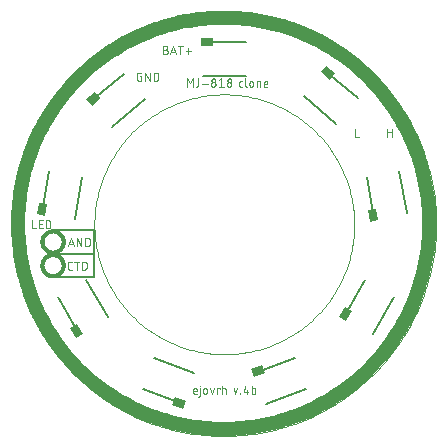
<source format=gbr>
G04 EAGLE Gerber RS-274X export*
G75*
%MOMM*%
%FSLAX35Y35*%
%LPD*%
%INsilk_top*%
%IPPOS*%
%AMOC8*
5,1,8,0,0,1.08239X$1,22.5*%
G01*
%ADD10C,0.050800*%
%ADD11C,0.010000*%
%ADD12C,0.050000*%
%ADD13C,0.152400*%
%ADD14C,1.200000*%
%ADD15C,0.127000*%
%ADD16R,1.000000X0.700000*%
%ADD17C,0.300000*%


D10*
X-232122Y-1434960D02*
X-251544Y-1434960D01*
X-251826Y-1434957D01*
X-252107Y-1434946D01*
X-252388Y-1434929D01*
X-252669Y-1434906D01*
X-252949Y-1434875D01*
X-253228Y-1434838D01*
X-253506Y-1434794D01*
X-253783Y-1434743D01*
X-254059Y-1434685D01*
X-254333Y-1434621D01*
X-254605Y-1434551D01*
X-254876Y-1434473D01*
X-255145Y-1434390D01*
X-255412Y-1434299D01*
X-255676Y-1434203D01*
X-255938Y-1434100D01*
X-256198Y-1433990D01*
X-256455Y-1433875D01*
X-256709Y-1433753D01*
X-256959Y-1433625D01*
X-257207Y-1433491D01*
X-257452Y-1433352D01*
X-257693Y-1433206D01*
X-257930Y-1433054D01*
X-258164Y-1432897D01*
X-258393Y-1432734D01*
X-258619Y-1432566D01*
X-258841Y-1432393D01*
X-259058Y-1432214D01*
X-259271Y-1432029D01*
X-259480Y-1431840D01*
X-259684Y-1431646D01*
X-259883Y-1431447D01*
X-260077Y-1431243D01*
X-260266Y-1431034D01*
X-260451Y-1430821D01*
X-260630Y-1430604D01*
X-260803Y-1430382D01*
X-260971Y-1430156D01*
X-261134Y-1429927D01*
X-261291Y-1429693D01*
X-261443Y-1429456D01*
X-261589Y-1429215D01*
X-261728Y-1428970D01*
X-261862Y-1428722D01*
X-261990Y-1428472D01*
X-262112Y-1428218D01*
X-262227Y-1427961D01*
X-262337Y-1427701D01*
X-262440Y-1427439D01*
X-262536Y-1427175D01*
X-262627Y-1426908D01*
X-262710Y-1426639D01*
X-262788Y-1426368D01*
X-262858Y-1426096D01*
X-262922Y-1425822D01*
X-262980Y-1425546D01*
X-263031Y-1425269D01*
X-263075Y-1424991D01*
X-263112Y-1424712D01*
X-263143Y-1424432D01*
X-263166Y-1424151D01*
X-263183Y-1423870D01*
X-263194Y-1423589D01*
X-263197Y-1423307D01*
X-263197Y-1403885D01*
X-263192Y-1403507D01*
X-263179Y-1403128D01*
X-263156Y-1402751D01*
X-263123Y-1402374D01*
X-263082Y-1401998D01*
X-263031Y-1401623D01*
X-262972Y-1401249D01*
X-262903Y-1400877D01*
X-262825Y-1400507D01*
X-262739Y-1400138D01*
X-262643Y-1399772D01*
X-262538Y-1399409D01*
X-262425Y-1399048D01*
X-262303Y-1398689D01*
X-262172Y-1398334D01*
X-262032Y-1397983D01*
X-261884Y-1397634D01*
X-261728Y-1397290D01*
X-261563Y-1396949D01*
X-261390Y-1396613D01*
X-261209Y-1396280D01*
X-261020Y-1395953D01*
X-260823Y-1395630D01*
X-260618Y-1395312D01*
X-260405Y-1394999D01*
X-260185Y-1394691D01*
X-259957Y-1394389D01*
X-259722Y-1394092D01*
X-259480Y-1393801D01*
X-259231Y-1393516D01*
X-258975Y-1393237D01*
X-258713Y-1392965D01*
X-258444Y-1392699D01*
X-258168Y-1392440D01*
X-257886Y-1392187D01*
X-257598Y-1391942D01*
X-257304Y-1391703D01*
X-257005Y-1391472D01*
X-256700Y-1391248D01*
X-256390Y-1391032D01*
X-256074Y-1390823D01*
X-255753Y-1390622D01*
X-255428Y-1390429D01*
X-255098Y-1390244D01*
X-254764Y-1390066D01*
X-254425Y-1389897D01*
X-254082Y-1389737D01*
X-253736Y-1389585D01*
X-253386Y-1389441D01*
X-253033Y-1389306D01*
X-252676Y-1389179D01*
X-252316Y-1389061D01*
X-251954Y-1388952D01*
X-251589Y-1388852D01*
X-251222Y-1388761D01*
X-250853Y-1388679D01*
X-250481Y-1388605D01*
X-250108Y-1388541D01*
X-249734Y-1388486D01*
X-249358Y-1388440D01*
X-248982Y-1388403D01*
X-248604Y-1388376D01*
X-248226Y-1388357D01*
X-247848Y-1388348D01*
X-247470Y-1388348D01*
X-247092Y-1388357D01*
X-246714Y-1388376D01*
X-246336Y-1388403D01*
X-245960Y-1388440D01*
X-245584Y-1388486D01*
X-245210Y-1388541D01*
X-244837Y-1388605D01*
X-244465Y-1388679D01*
X-244096Y-1388761D01*
X-243729Y-1388852D01*
X-243364Y-1388952D01*
X-243002Y-1389061D01*
X-242642Y-1389179D01*
X-242285Y-1389306D01*
X-241932Y-1389441D01*
X-241582Y-1389585D01*
X-241236Y-1389737D01*
X-240893Y-1389897D01*
X-240554Y-1390066D01*
X-240220Y-1390244D01*
X-239890Y-1390429D01*
X-239565Y-1390622D01*
X-239244Y-1390823D01*
X-238928Y-1391032D01*
X-238618Y-1391248D01*
X-238313Y-1391472D01*
X-238014Y-1391703D01*
X-237720Y-1391942D01*
X-237432Y-1392187D01*
X-237150Y-1392440D01*
X-236874Y-1392699D01*
X-236605Y-1392965D01*
X-236343Y-1393237D01*
X-236087Y-1393516D01*
X-235838Y-1393801D01*
X-235596Y-1394092D01*
X-235361Y-1394389D01*
X-235133Y-1394691D01*
X-234913Y-1394999D01*
X-234700Y-1395312D01*
X-234495Y-1395630D01*
X-234298Y-1395953D01*
X-234109Y-1396280D01*
X-233928Y-1396613D01*
X-233755Y-1396949D01*
X-233590Y-1397290D01*
X-233434Y-1397634D01*
X-233286Y-1397983D01*
X-233146Y-1398334D01*
X-233015Y-1398689D01*
X-232893Y-1399048D01*
X-232780Y-1399409D01*
X-232675Y-1399772D01*
X-232579Y-1400138D01*
X-232493Y-1400507D01*
X-232415Y-1400877D01*
X-232346Y-1401249D01*
X-232287Y-1401623D01*
X-232236Y-1401998D01*
X-232195Y-1402374D01*
X-232162Y-1402751D01*
X-232139Y-1403128D01*
X-232126Y-1403507D01*
X-232121Y-1403885D01*
X-232122Y-1403885D02*
X-232122Y-1411653D01*
X-263197Y-1411653D01*
X-205987Y-1388347D02*
X-205987Y-1446613D01*
X-205988Y-1446613D02*
X-205992Y-1446899D01*
X-206002Y-1447185D01*
X-206020Y-1447470D01*
X-206044Y-1447755D01*
X-206076Y-1448039D01*
X-206114Y-1448323D01*
X-206160Y-1448605D01*
X-206212Y-1448886D01*
X-206271Y-1449166D01*
X-206337Y-1449444D01*
X-206410Y-1449721D01*
X-206490Y-1449996D01*
X-206576Y-1450268D01*
X-206669Y-1450539D01*
X-206769Y-1450807D01*
X-206875Y-1451072D01*
X-206988Y-1451335D01*
X-207107Y-1451595D01*
X-207232Y-1451852D01*
X-207364Y-1452106D01*
X-207502Y-1452357D01*
X-207646Y-1452604D01*
X-207796Y-1452847D01*
X-207952Y-1453087D01*
X-208114Y-1453323D01*
X-208281Y-1453555D01*
X-208454Y-1453782D01*
X-208633Y-1454005D01*
X-208817Y-1454224D01*
X-209007Y-1454439D01*
X-209201Y-1454648D01*
X-209401Y-1454853D01*
X-209606Y-1455053D01*
X-209815Y-1455247D01*
X-210029Y-1455437D01*
X-210248Y-1455621D01*
X-210472Y-1455799D01*
X-210699Y-1455973D01*
X-210931Y-1456140D01*
X-211167Y-1456302D01*
X-211407Y-1456458D01*
X-211650Y-1456608D01*
X-211897Y-1456752D01*
X-212148Y-1456890D01*
X-212401Y-1457022D01*
X-212658Y-1457147D01*
X-212919Y-1457266D01*
X-213181Y-1457379D01*
X-213447Y-1457485D01*
X-213715Y-1457585D01*
X-213985Y-1457678D01*
X-214258Y-1457764D01*
X-214533Y-1457844D01*
X-214809Y-1457917D01*
X-215088Y-1457983D01*
X-215367Y-1458042D01*
X-215649Y-1458094D01*
X-215931Y-1458140D01*
X-216214Y-1458178D01*
X-216499Y-1458210D01*
X-216783Y-1458234D01*
X-217069Y-1458252D01*
X-217355Y-1458262D01*
X-217641Y-1458266D01*
X-217640Y-1458267D02*
X-221525Y-1458267D01*
X-207929Y-1368925D02*
X-207929Y-1365040D01*
X-204045Y-1365040D01*
X-204045Y-1368925D01*
X-207929Y-1368925D01*
X-177698Y-1403885D02*
X-177698Y-1419423D01*
X-177698Y-1403885D02*
X-177693Y-1403507D01*
X-177680Y-1403128D01*
X-177657Y-1402751D01*
X-177624Y-1402374D01*
X-177583Y-1401998D01*
X-177532Y-1401623D01*
X-177473Y-1401249D01*
X-177404Y-1400877D01*
X-177326Y-1400507D01*
X-177240Y-1400138D01*
X-177144Y-1399772D01*
X-177039Y-1399409D01*
X-176926Y-1399048D01*
X-176804Y-1398689D01*
X-176673Y-1398334D01*
X-176533Y-1397983D01*
X-176385Y-1397634D01*
X-176229Y-1397290D01*
X-176064Y-1396949D01*
X-175891Y-1396613D01*
X-175710Y-1396280D01*
X-175521Y-1395953D01*
X-175324Y-1395630D01*
X-175119Y-1395312D01*
X-174906Y-1394999D01*
X-174686Y-1394691D01*
X-174458Y-1394389D01*
X-174223Y-1394092D01*
X-173981Y-1393801D01*
X-173732Y-1393516D01*
X-173476Y-1393237D01*
X-173214Y-1392965D01*
X-172945Y-1392699D01*
X-172669Y-1392440D01*
X-172387Y-1392187D01*
X-172099Y-1391942D01*
X-171805Y-1391703D01*
X-171506Y-1391472D01*
X-171201Y-1391248D01*
X-170891Y-1391032D01*
X-170575Y-1390823D01*
X-170254Y-1390622D01*
X-169929Y-1390429D01*
X-169599Y-1390244D01*
X-169265Y-1390066D01*
X-168926Y-1389897D01*
X-168583Y-1389737D01*
X-168237Y-1389585D01*
X-167887Y-1389441D01*
X-167534Y-1389306D01*
X-167177Y-1389179D01*
X-166817Y-1389061D01*
X-166455Y-1388952D01*
X-166090Y-1388852D01*
X-165723Y-1388761D01*
X-165354Y-1388679D01*
X-164982Y-1388605D01*
X-164609Y-1388541D01*
X-164235Y-1388486D01*
X-163859Y-1388440D01*
X-163483Y-1388403D01*
X-163105Y-1388376D01*
X-162727Y-1388357D01*
X-162349Y-1388348D01*
X-161971Y-1388348D01*
X-161593Y-1388357D01*
X-161215Y-1388376D01*
X-160837Y-1388403D01*
X-160461Y-1388440D01*
X-160085Y-1388486D01*
X-159711Y-1388541D01*
X-159338Y-1388605D01*
X-158966Y-1388679D01*
X-158597Y-1388761D01*
X-158230Y-1388852D01*
X-157865Y-1388952D01*
X-157503Y-1389061D01*
X-157143Y-1389179D01*
X-156786Y-1389306D01*
X-156433Y-1389441D01*
X-156083Y-1389585D01*
X-155737Y-1389737D01*
X-155394Y-1389897D01*
X-155055Y-1390066D01*
X-154721Y-1390244D01*
X-154391Y-1390429D01*
X-154066Y-1390622D01*
X-153745Y-1390823D01*
X-153429Y-1391032D01*
X-153119Y-1391248D01*
X-152814Y-1391472D01*
X-152515Y-1391703D01*
X-152221Y-1391942D01*
X-151933Y-1392187D01*
X-151651Y-1392440D01*
X-151375Y-1392699D01*
X-151106Y-1392965D01*
X-150844Y-1393237D01*
X-150588Y-1393516D01*
X-150339Y-1393801D01*
X-150097Y-1394092D01*
X-149862Y-1394389D01*
X-149634Y-1394691D01*
X-149414Y-1394999D01*
X-149201Y-1395312D01*
X-148996Y-1395630D01*
X-148799Y-1395953D01*
X-148610Y-1396280D01*
X-148429Y-1396613D01*
X-148256Y-1396949D01*
X-148091Y-1397290D01*
X-147935Y-1397634D01*
X-147787Y-1397983D01*
X-147647Y-1398334D01*
X-147516Y-1398689D01*
X-147394Y-1399048D01*
X-147281Y-1399409D01*
X-147176Y-1399772D01*
X-147080Y-1400138D01*
X-146994Y-1400507D01*
X-146916Y-1400877D01*
X-146847Y-1401249D01*
X-146788Y-1401623D01*
X-146737Y-1401998D01*
X-146696Y-1402374D01*
X-146663Y-1402751D01*
X-146640Y-1403128D01*
X-146627Y-1403507D01*
X-146622Y-1403885D01*
X-146622Y-1419423D01*
X-146627Y-1419801D01*
X-146640Y-1420180D01*
X-146663Y-1420557D01*
X-146696Y-1420934D01*
X-146737Y-1421310D01*
X-146788Y-1421685D01*
X-146847Y-1422059D01*
X-146916Y-1422431D01*
X-146994Y-1422801D01*
X-147080Y-1423170D01*
X-147176Y-1423536D01*
X-147281Y-1423899D01*
X-147394Y-1424260D01*
X-147516Y-1424619D01*
X-147647Y-1424974D01*
X-147787Y-1425325D01*
X-147935Y-1425674D01*
X-148091Y-1426018D01*
X-148256Y-1426359D01*
X-148429Y-1426695D01*
X-148610Y-1427028D01*
X-148799Y-1427355D01*
X-148996Y-1427678D01*
X-149201Y-1427996D01*
X-149414Y-1428309D01*
X-149634Y-1428617D01*
X-149862Y-1428919D01*
X-150097Y-1429216D01*
X-150339Y-1429507D01*
X-150588Y-1429792D01*
X-150844Y-1430071D01*
X-151106Y-1430343D01*
X-151375Y-1430609D01*
X-151651Y-1430868D01*
X-151933Y-1431121D01*
X-152221Y-1431366D01*
X-152515Y-1431605D01*
X-152814Y-1431836D01*
X-153119Y-1432060D01*
X-153429Y-1432276D01*
X-153745Y-1432485D01*
X-154066Y-1432686D01*
X-154391Y-1432879D01*
X-154721Y-1433064D01*
X-155055Y-1433242D01*
X-155394Y-1433411D01*
X-155737Y-1433571D01*
X-156083Y-1433723D01*
X-156433Y-1433867D01*
X-156786Y-1434002D01*
X-157143Y-1434129D01*
X-157503Y-1434247D01*
X-157865Y-1434356D01*
X-158230Y-1434456D01*
X-158597Y-1434547D01*
X-158966Y-1434629D01*
X-159338Y-1434703D01*
X-159711Y-1434767D01*
X-160085Y-1434822D01*
X-160461Y-1434868D01*
X-160837Y-1434905D01*
X-161215Y-1434932D01*
X-161593Y-1434951D01*
X-161971Y-1434960D01*
X-162349Y-1434960D01*
X-162727Y-1434951D01*
X-163105Y-1434932D01*
X-163483Y-1434905D01*
X-163859Y-1434868D01*
X-164235Y-1434822D01*
X-164609Y-1434767D01*
X-164982Y-1434703D01*
X-165354Y-1434629D01*
X-165723Y-1434547D01*
X-166090Y-1434456D01*
X-166455Y-1434356D01*
X-166817Y-1434247D01*
X-167177Y-1434129D01*
X-167534Y-1434002D01*
X-167887Y-1433867D01*
X-168237Y-1433723D01*
X-168583Y-1433571D01*
X-168926Y-1433411D01*
X-169265Y-1433242D01*
X-169599Y-1433064D01*
X-169929Y-1432879D01*
X-170254Y-1432686D01*
X-170575Y-1432485D01*
X-170891Y-1432276D01*
X-171201Y-1432060D01*
X-171506Y-1431836D01*
X-171805Y-1431605D01*
X-172099Y-1431366D01*
X-172387Y-1431121D01*
X-172669Y-1430868D01*
X-172945Y-1430609D01*
X-173214Y-1430343D01*
X-173476Y-1430071D01*
X-173732Y-1429792D01*
X-173981Y-1429507D01*
X-174223Y-1429216D01*
X-174458Y-1428919D01*
X-174686Y-1428617D01*
X-174906Y-1428309D01*
X-175119Y-1427996D01*
X-175324Y-1427678D01*
X-175521Y-1427355D01*
X-175710Y-1427028D01*
X-175891Y-1426695D01*
X-176064Y-1426359D01*
X-176229Y-1426018D01*
X-176385Y-1425674D01*
X-176533Y-1425325D01*
X-176673Y-1424974D01*
X-176804Y-1424619D01*
X-176926Y-1424260D01*
X-177039Y-1423899D01*
X-177144Y-1423536D01*
X-177240Y-1423170D01*
X-177326Y-1422801D01*
X-177404Y-1422431D01*
X-177473Y-1422059D01*
X-177532Y-1421685D01*
X-177583Y-1421310D01*
X-177624Y-1420934D01*
X-177657Y-1420557D01*
X-177680Y-1420180D01*
X-177693Y-1419801D01*
X-177698Y-1419423D01*
X-121448Y-1388347D02*
X-105910Y-1434960D01*
X-90373Y-1388347D01*
X-62586Y-1388347D02*
X-62586Y-1434960D01*
X-62586Y-1388347D02*
X-39279Y-1388347D01*
X-39279Y-1396116D01*
X-15698Y-1365040D02*
X-15698Y-1434960D01*
X-15698Y-1388347D02*
X3724Y-1388347D01*
X4006Y-1388350D01*
X4287Y-1388361D01*
X4568Y-1388378D01*
X4849Y-1388401D01*
X5129Y-1388432D01*
X5408Y-1388469D01*
X5686Y-1388513D01*
X5963Y-1388564D01*
X6239Y-1388622D01*
X6513Y-1388686D01*
X6785Y-1388756D01*
X7056Y-1388834D01*
X7325Y-1388917D01*
X7592Y-1389008D01*
X7856Y-1389104D01*
X8118Y-1389207D01*
X8378Y-1389317D01*
X8635Y-1389432D01*
X8889Y-1389554D01*
X9139Y-1389682D01*
X9387Y-1389816D01*
X9632Y-1389955D01*
X9873Y-1390101D01*
X10110Y-1390253D01*
X10344Y-1390410D01*
X10573Y-1390573D01*
X10799Y-1390741D01*
X11021Y-1390914D01*
X11238Y-1391093D01*
X11451Y-1391278D01*
X11660Y-1391467D01*
X11864Y-1391661D01*
X12063Y-1391860D01*
X12257Y-1392064D01*
X12446Y-1392273D01*
X12631Y-1392486D01*
X12810Y-1392703D01*
X12983Y-1392925D01*
X13151Y-1393151D01*
X13314Y-1393380D01*
X13471Y-1393614D01*
X13623Y-1393851D01*
X13769Y-1394092D01*
X13908Y-1394337D01*
X14042Y-1394585D01*
X14170Y-1394835D01*
X14292Y-1395089D01*
X14407Y-1395346D01*
X14517Y-1395606D01*
X14620Y-1395868D01*
X14716Y-1396132D01*
X14807Y-1396399D01*
X14890Y-1396668D01*
X14968Y-1396939D01*
X15038Y-1397211D01*
X15102Y-1397485D01*
X15160Y-1397761D01*
X15211Y-1398038D01*
X15255Y-1398316D01*
X15292Y-1398595D01*
X15323Y-1398875D01*
X15346Y-1399156D01*
X15363Y-1399437D01*
X15374Y-1399718D01*
X15377Y-1400000D01*
X15377Y-1434960D01*
X78801Y-1388347D02*
X94338Y-1434960D01*
X109876Y-1388347D01*
X132896Y-1431076D02*
X132896Y-1434960D01*
X132896Y-1431076D02*
X136781Y-1431076D01*
X136781Y-1434960D01*
X132896Y-1434960D01*
X162666Y-1419423D02*
X178204Y-1365040D01*
X162666Y-1419423D02*
X201511Y-1419423D01*
X189857Y-1403885D02*
X189857Y-1434960D01*
X232122Y-1434960D02*
X232122Y-1365040D01*
X232122Y-1434960D02*
X251544Y-1434960D01*
X251826Y-1434957D01*
X252107Y-1434946D01*
X252388Y-1434929D01*
X252669Y-1434906D01*
X252949Y-1434875D01*
X253228Y-1434838D01*
X253506Y-1434794D01*
X253783Y-1434743D01*
X254059Y-1434685D01*
X254333Y-1434621D01*
X254605Y-1434551D01*
X254876Y-1434473D01*
X255145Y-1434390D01*
X255412Y-1434299D01*
X255676Y-1434203D01*
X255938Y-1434100D01*
X256198Y-1433990D01*
X256455Y-1433875D01*
X256709Y-1433753D01*
X256959Y-1433625D01*
X257207Y-1433491D01*
X257452Y-1433352D01*
X257693Y-1433206D01*
X257930Y-1433054D01*
X258164Y-1432897D01*
X258393Y-1432734D01*
X258619Y-1432566D01*
X258841Y-1432393D01*
X259058Y-1432214D01*
X259271Y-1432029D01*
X259480Y-1431840D01*
X259684Y-1431646D01*
X259883Y-1431447D01*
X260077Y-1431243D01*
X260266Y-1431034D01*
X260451Y-1430821D01*
X260630Y-1430604D01*
X260803Y-1430382D01*
X260971Y-1430156D01*
X261134Y-1429927D01*
X261291Y-1429693D01*
X261443Y-1429456D01*
X261589Y-1429215D01*
X261728Y-1428970D01*
X261862Y-1428722D01*
X261990Y-1428472D01*
X262112Y-1428218D01*
X262227Y-1427961D01*
X262337Y-1427701D01*
X262440Y-1427439D01*
X262536Y-1427175D01*
X262627Y-1426908D01*
X262710Y-1426639D01*
X262788Y-1426368D01*
X262858Y-1426096D01*
X262922Y-1425822D01*
X262980Y-1425546D01*
X263031Y-1425269D01*
X263075Y-1424991D01*
X263112Y-1424712D01*
X263143Y-1424432D01*
X263166Y-1424151D01*
X263183Y-1423870D01*
X263194Y-1423589D01*
X263197Y-1423307D01*
X263197Y-1400000D01*
X263194Y-1399718D01*
X263183Y-1399437D01*
X263166Y-1399156D01*
X263143Y-1398875D01*
X263112Y-1398595D01*
X263075Y-1398316D01*
X263031Y-1398038D01*
X262980Y-1397761D01*
X262922Y-1397485D01*
X262858Y-1397211D01*
X262788Y-1396939D01*
X262710Y-1396668D01*
X262627Y-1396399D01*
X262536Y-1396132D01*
X262440Y-1395868D01*
X262337Y-1395606D01*
X262227Y-1395346D01*
X262112Y-1395089D01*
X261990Y-1394835D01*
X261862Y-1394585D01*
X261728Y-1394337D01*
X261589Y-1394092D01*
X261443Y-1393851D01*
X261291Y-1393614D01*
X261134Y-1393380D01*
X260971Y-1393151D01*
X260803Y-1392925D01*
X260630Y-1392703D01*
X260451Y-1392486D01*
X260266Y-1392273D01*
X260077Y-1392064D01*
X259883Y-1391860D01*
X259684Y-1391661D01*
X259480Y-1391467D01*
X259271Y-1391278D01*
X259058Y-1391093D01*
X258841Y-1390914D01*
X258619Y-1390741D01*
X258393Y-1390573D01*
X258164Y-1390410D01*
X257930Y-1390253D01*
X257693Y-1390101D01*
X257452Y-1389955D01*
X257207Y-1389816D01*
X256959Y-1389682D01*
X256709Y-1389554D01*
X256455Y-1389432D01*
X256198Y-1389317D01*
X255938Y-1389207D01*
X255676Y-1389104D01*
X255412Y-1389008D01*
X255145Y-1388917D01*
X254876Y-1388834D01*
X254605Y-1388756D01*
X254333Y-1388686D01*
X254059Y-1388622D01*
X253783Y-1388564D01*
X253506Y-1388513D01*
X253228Y-1388469D01*
X252949Y-1388432D01*
X252669Y-1388401D01*
X252388Y-1388378D01*
X252107Y-1388361D01*
X251826Y-1388350D01*
X251544Y-1388347D01*
X232122Y-1388347D01*
D11*
X1793375Y-42625D02*
X1793375Y57375D01*
D12*
X-1806625Y7375D02*
X-1806083Y51549D01*
X-1804457Y95697D01*
X-1801748Y139791D01*
X-1797958Y183806D01*
X-1793088Y227714D01*
X-1787143Y271490D01*
X-1780125Y315106D01*
X-1772039Y358538D01*
X-1762889Y401757D01*
X-1752681Y444739D01*
X-1741422Y487458D01*
X-1729118Y529887D01*
X-1715776Y572002D01*
X-1701404Y613777D01*
X-1686012Y655186D01*
X-1669608Y696205D01*
X-1652203Y736809D01*
X-1633806Y776974D01*
X-1614429Y816675D01*
X-1594083Y855889D01*
X-1572782Y894592D01*
X-1550536Y932760D01*
X-1527361Y970371D01*
X-1503270Y1007401D01*
X-1478278Y1043830D01*
X-1452399Y1079634D01*
X-1425649Y1114792D01*
X-1398044Y1149283D01*
X-1369601Y1183086D01*
X-1340337Y1216181D01*
X-1310270Y1248548D01*
X-1279417Y1280167D01*
X-1247798Y1311020D01*
X-1215431Y1341087D01*
X-1182336Y1370351D01*
X-1148533Y1398794D01*
X-1114042Y1426399D01*
X-1078884Y1453149D01*
X-1043080Y1479028D01*
X-1006651Y1504020D01*
X-969621Y1528111D01*
X-932010Y1551286D01*
X-893842Y1573532D01*
X-855139Y1594833D01*
X-815925Y1615179D01*
X-776224Y1634556D01*
X-736059Y1652953D01*
X-695455Y1670358D01*
X-654436Y1686762D01*
X-613027Y1702154D01*
X-571252Y1716526D01*
X-529137Y1729868D01*
X-486708Y1742172D01*
X-443989Y1753431D01*
X-401007Y1763639D01*
X-357788Y1772789D01*
X-314356Y1780875D01*
X-270740Y1787893D01*
X-226964Y1793838D01*
X-183056Y1798708D01*
X-139041Y1802498D01*
X-94947Y1805207D01*
X-50799Y1806833D01*
X-6625Y1807375D01*
X37549Y1806833D01*
X81697Y1805207D01*
X125791Y1802498D01*
X169806Y1798708D01*
X213714Y1793838D01*
X257490Y1787893D01*
X301106Y1780875D01*
X344538Y1772789D01*
X387757Y1763639D01*
X430739Y1753431D01*
X473458Y1742172D01*
X515887Y1729868D01*
X558002Y1716526D01*
X599777Y1702154D01*
X641186Y1686762D01*
X682205Y1670358D01*
X722809Y1652953D01*
X762974Y1634556D01*
X802675Y1615179D01*
X841889Y1594833D01*
X880592Y1573532D01*
X918760Y1551286D01*
X956371Y1528111D01*
X993401Y1504020D01*
X1029830Y1479028D01*
X1065634Y1453149D01*
X1100792Y1426399D01*
X1135283Y1398794D01*
X1169086Y1370351D01*
X1202181Y1341087D01*
X1234548Y1311020D01*
X1266167Y1280167D01*
X1297020Y1248548D01*
X1327087Y1216181D01*
X1356351Y1183086D01*
X1384794Y1149283D01*
X1412399Y1114792D01*
X1439149Y1079634D01*
X1465028Y1043830D01*
X1490020Y1007401D01*
X1514111Y970371D01*
X1537286Y932760D01*
X1559532Y894592D01*
X1580833Y855889D01*
X1601179Y816675D01*
X1620556Y776974D01*
X1638953Y736809D01*
X1656358Y696205D01*
X1672762Y655186D01*
X1688154Y613777D01*
X1702526Y572002D01*
X1715868Y529887D01*
X1728172Y487458D01*
X1739431Y444739D01*
X1749639Y401757D01*
X1758789Y358538D01*
X1766875Y315106D01*
X1773893Y271490D01*
X1779838Y227714D01*
X1784708Y183806D01*
X1788498Y139791D01*
X1791207Y95697D01*
X1792833Y51549D01*
X1793375Y7375D01*
X1792833Y-36799D01*
X1791207Y-80947D01*
X1788498Y-125041D01*
X1784708Y-169056D01*
X1779838Y-212964D01*
X1773893Y-256740D01*
X1766875Y-300356D01*
X1758789Y-343788D01*
X1749639Y-387007D01*
X1739431Y-429989D01*
X1728172Y-472708D01*
X1715868Y-515137D01*
X1702526Y-557252D01*
X1688154Y-599027D01*
X1672762Y-640436D01*
X1656358Y-681455D01*
X1638953Y-722059D01*
X1620556Y-762224D01*
X1601179Y-801925D01*
X1580833Y-841139D01*
X1559532Y-879842D01*
X1537286Y-918010D01*
X1514111Y-955621D01*
X1490020Y-992651D01*
X1465028Y-1029080D01*
X1439149Y-1064884D01*
X1412399Y-1100042D01*
X1384794Y-1134533D01*
X1356351Y-1168336D01*
X1327087Y-1201431D01*
X1297020Y-1233798D01*
X1266167Y-1265417D01*
X1234548Y-1296270D01*
X1202181Y-1326337D01*
X1169086Y-1355601D01*
X1135283Y-1384044D01*
X1100792Y-1411649D01*
X1065634Y-1438399D01*
X1029830Y-1464278D01*
X993401Y-1489270D01*
X956371Y-1513361D01*
X918760Y-1536536D01*
X880592Y-1558782D01*
X841889Y-1580083D01*
X802675Y-1600429D01*
X762974Y-1619806D01*
X722809Y-1638203D01*
X682205Y-1655608D01*
X641186Y-1672012D01*
X599777Y-1687404D01*
X558002Y-1701776D01*
X515887Y-1715118D01*
X473458Y-1727422D01*
X430739Y-1738681D01*
X387757Y-1748889D01*
X344538Y-1758039D01*
X301106Y-1766125D01*
X257490Y-1773143D01*
X213714Y-1779088D01*
X169806Y-1783958D01*
X125791Y-1787748D01*
X81697Y-1790457D01*
X37549Y-1792083D01*
X-6625Y-1792625D01*
X-50799Y-1792083D01*
X-94947Y-1790457D01*
X-139041Y-1787748D01*
X-183056Y-1783958D01*
X-226964Y-1779088D01*
X-270740Y-1773143D01*
X-314356Y-1766125D01*
X-357788Y-1758039D01*
X-401007Y-1748889D01*
X-443989Y-1738681D01*
X-486708Y-1727422D01*
X-529137Y-1715118D01*
X-571252Y-1701776D01*
X-613027Y-1687404D01*
X-654436Y-1672012D01*
X-695455Y-1655608D01*
X-736059Y-1638203D01*
X-776224Y-1619806D01*
X-815925Y-1600429D01*
X-855139Y-1580083D01*
X-893842Y-1558782D01*
X-932010Y-1536536D01*
X-969621Y-1513361D01*
X-1006651Y-1489270D01*
X-1043080Y-1464278D01*
X-1078884Y-1438399D01*
X-1114042Y-1411649D01*
X-1148533Y-1384044D01*
X-1182336Y-1355601D01*
X-1215431Y-1326337D01*
X-1247798Y-1296270D01*
X-1279417Y-1265417D01*
X-1310270Y-1233798D01*
X-1340337Y-1201431D01*
X-1369601Y-1168336D01*
X-1398044Y-1134533D01*
X-1425649Y-1100042D01*
X-1452399Y-1064884D01*
X-1478278Y-1029080D01*
X-1503270Y-992651D01*
X-1527361Y-955621D01*
X-1550536Y-918010D01*
X-1572782Y-879842D01*
X-1594083Y-841139D01*
X-1614429Y-801925D01*
X-1633806Y-762224D01*
X-1652203Y-722059D01*
X-1669608Y-681455D01*
X-1686012Y-640436D01*
X-1701404Y-599027D01*
X-1715776Y-557252D01*
X-1729118Y-515137D01*
X-1741422Y-472708D01*
X-1752681Y-429989D01*
X-1762889Y-387007D01*
X-1772039Y-343788D01*
X-1780125Y-300356D01*
X-1787143Y-256740D01*
X-1793088Y-212964D01*
X-1797958Y-169056D01*
X-1801748Y-125041D01*
X-1804457Y-80947D01*
X-1806083Y-36799D01*
X-1806625Y7375D01*
X-1100000Y0D02*
X-1099669Y26995D01*
X-1098675Y53974D01*
X-1097020Y80921D01*
X-1094703Y107819D01*
X-1091727Y134652D01*
X-1088094Y161404D01*
X-1083805Y188058D01*
X-1078864Y214599D01*
X-1073272Y241011D01*
X-1067034Y267278D01*
X-1060154Y293384D01*
X-1052634Y319313D01*
X-1044481Y345050D01*
X-1035698Y370579D01*
X-1026292Y395885D01*
X-1016267Y420952D01*
X-1005631Y445765D01*
X-994388Y470311D01*
X-982547Y494572D01*
X-970113Y518536D01*
X-957096Y542188D01*
X-943501Y565513D01*
X-929339Y588497D01*
X-914617Y611127D01*
X-899343Y633389D01*
X-883528Y655269D01*
X-867181Y676755D01*
X-850311Y697833D01*
X-832930Y718490D01*
X-815046Y738715D01*
X-796672Y758495D01*
X-777817Y777817D01*
X-758495Y796672D01*
X-738715Y815046D01*
X-718490Y832930D01*
X-697833Y850311D01*
X-676755Y867181D01*
X-655269Y883528D01*
X-633389Y899343D01*
X-611127Y914617D01*
X-588497Y929339D01*
X-565513Y943501D01*
X-542188Y957096D01*
X-518536Y970113D01*
X-494572Y982547D01*
X-470311Y994388D01*
X-445765Y1005631D01*
X-420952Y1016267D01*
X-395885Y1026292D01*
X-370579Y1035698D01*
X-345050Y1044481D01*
X-319313Y1052634D01*
X-293384Y1060154D01*
X-267278Y1067034D01*
X-241011Y1073272D01*
X-214599Y1078864D01*
X-188058Y1083805D01*
X-161404Y1088094D01*
X-134652Y1091727D01*
X-107819Y1094703D01*
X-80921Y1097020D01*
X-53974Y1098675D01*
X-26995Y1099669D01*
X0Y1100000D01*
X26995Y1099669D01*
X53974Y1098675D01*
X80921Y1097020D01*
X107819Y1094703D01*
X134652Y1091727D01*
X161404Y1088094D01*
X188058Y1083805D01*
X214599Y1078864D01*
X241011Y1073272D01*
X267278Y1067034D01*
X293384Y1060154D01*
X319313Y1052634D01*
X345050Y1044481D01*
X370579Y1035698D01*
X395885Y1026292D01*
X420952Y1016267D01*
X445765Y1005631D01*
X470311Y994388D01*
X494572Y982547D01*
X518536Y970113D01*
X542188Y957096D01*
X565513Y943501D01*
X588497Y929339D01*
X611127Y914617D01*
X633389Y899343D01*
X655269Y883528D01*
X676755Y867181D01*
X697833Y850311D01*
X718490Y832930D01*
X738715Y815046D01*
X758495Y796672D01*
X777817Y777817D01*
X796672Y758495D01*
X815046Y738715D01*
X832930Y718490D01*
X850311Y697833D01*
X867181Y676755D01*
X883528Y655269D01*
X899343Y633389D01*
X914617Y611127D01*
X929339Y588497D01*
X943501Y565513D01*
X957096Y542188D01*
X970113Y518536D01*
X982547Y494572D01*
X994388Y470311D01*
X1005631Y445765D01*
X1016267Y420952D01*
X1026292Y395885D01*
X1035698Y370579D01*
X1044481Y345050D01*
X1052634Y319313D01*
X1060154Y293384D01*
X1067034Y267278D01*
X1073272Y241011D01*
X1078864Y214599D01*
X1083805Y188058D01*
X1088094Y161404D01*
X1091727Y134652D01*
X1094703Y107819D01*
X1097020Y80921D01*
X1098675Y53974D01*
X1099669Y26995D01*
X1100000Y0D01*
X1099669Y-26995D01*
X1098675Y-53974D01*
X1097020Y-80921D01*
X1094703Y-107819D01*
X1091727Y-134652D01*
X1088094Y-161404D01*
X1083805Y-188058D01*
X1078864Y-214599D01*
X1073272Y-241011D01*
X1067034Y-267278D01*
X1060154Y-293384D01*
X1052634Y-319313D01*
X1044481Y-345050D01*
X1035698Y-370579D01*
X1026292Y-395885D01*
X1016267Y-420952D01*
X1005631Y-445765D01*
X994388Y-470311D01*
X982547Y-494572D01*
X970113Y-518536D01*
X957096Y-542188D01*
X943501Y-565513D01*
X929339Y-588497D01*
X914617Y-611127D01*
X899343Y-633389D01*
X883528Y-655269D01*
X867181Y-676755D01*
X850311Y-697833D01*
X832930Y-718490D01*
X815046Y-738715D01*
X796672Y-758495D01*
X777817Y-777817D01*
X758495Y-796672D01*
X738715Y-815046D01*
X718490Y-832930D01*
X697833Y-850311D01*
X676755Y-867181D01*
X655269Y-883528D01*
X633389Y-899343D01*
X611127Y-914617D01*
X588497Y-929339D01*
X565513Y-943501D01*
X542188Y-957096D01*
X518536Y-970113D01*
X494572Y-982547D01*
X470311Y-994388D01*
X445765Y-1005631D01*
X420952Y-1016267D01*
X395885Y-1026292D01*
X370579Y-1035698D01*
X345050Y-1044481D01*
X319313Y-1052634D01*
X293384Y-1060154D01*
X267278Y-1067034D01*
X241011Y-1073272D01*
X214599Y-1078864D01*
X188058Y-1083805D01*
X161404Y-1088094D01*
X134652Y-1091727D01*
X107819Y-1094703D01*
X80921Y-1097020D01*
X53974Y-1098675D01*
X26995Y-1099669D01*
X0Y-1100000D01*
X-26995Y-1099669D01*
X-53974Y-1098675D01*
X-80921Y-1097020D01*
X-107819Y-1094703D01*
X-134652Y-1091727D01*
X-161404Y-1088094D01*
X-188058Y-1083805D01*
X-214599Y-1078864D01*
X-241011Y-1073272D01*
X-267278Y-1067034D01*
X-293384Y-1060154D01*
X-319313Y-1052634D01*
X-345050Y-1044481D01*
X-370579Y-1035698D01*
X-395885Y-1026292D01*
X-420952Y-1016267D01*
X-445765Y-1005631D01*
X-470311Y-994388D01*
X-494572Y-982547D01*
X-518536Y-970113D01*
X-542188Y-957096D01*
X-565513Y-943501D01*
X-588497Y-929339D01*
X-611127Y-914617D01*
X-633389Y-899343D01*
X-655269Y-883528D01*
X-676755Y-867181D01*
X-697833Y-850311D01*
X-718490Y-832930D01*
X-738715Y-815046D01*
X-758495Y-796672D01*
X-777817Y-777817D01*
X-796672Y-758495D01*
X-815046Y-738715D01*
X-832930Y-718490D01*
X-850311Y-697833D01*
X-867181Y-676755D01*
X-883528Y-655269D01*
X-899343Y-633389D01*
X-914617Y-611127D01*
X-929339Y-588497D01*
X-943501Y-565513D01*
X-957096Y-542188D01*
X-970113Y-518536D01*
X-982547Y-494572D01*
X-994388Y-470311D01*
X-1005631Y-445765D01*
X-1016267Y-420952D01*
X-1026292Y-395885D01*
X-1035698Y-370579D01*
X-1044481Y-345050D01*
X-1052634Y-319313D01*
X-1060154Y-293384D01*
X-1067034Y-267278D01*
X-1073272Y-241011D01*
X-1078864Y-214599D01*
X-1083805Y-188058D01*
X-1088094Y-161404D01*
X-1091727Y-134652D01*
X-1094703Y-107819D01*
X-1097020Y-80921D01*
X-1098675Y-53974D01*
X-1099669Y-26995D01*
X-1100000Y0D01*
D13*
X-1100000Y-250000D02*
X-1450000Y-250000D01*
X-1100000Y-250000D02*
X-1100000Y-50000D01*
X-1450000Y-50000D01*
X-1100000Y-250000D02*
X-1100000Y-450000D01*
X-1450000Y-450000D01*
D10*
X-1627860Y-34960D02*
X-1627860Y34960D01*
X-1627860Y-34960D02*
X-1596785Y-34960D01*
X-1569361Y-34960D02*
X-1538285Y-34960D01*
X-1569361Y-34960D02*
X-1569361Y34960D01*
X-1538285Y34960D01*
X-1546054Y3884D02*
X-1569361Y3884D01*
X-1510984Y34960D02*
X-1510984Y-34960D01*
X-1510984Y34960D02*
X-1491562Y34960D01*
X-1491562Y34961D02*
X-1491093Y34955D01*
X-1490624Y34938D01*
X-1490155Y34910D01*
X-1489687Y34870D01*
X-1489221Y34819D01*
X-1488756Y34757D01*
X-1488292Y34684D01*
X-1487830Y34599D01*
X-1487371Y34503D01*
X-1486914Y34397D01*
X-1486459Y34279D01*
X-1486008Y34150D01*
X-1485560Y34010D01*
X-1485115Y33860D01*
X-1484675Y33699D01*
X-1484238Y33527D01*
X-1483805Y33345D01*
X-1483377Y33152D01*
X-1482954Y32949D01*
X-1482536Y32736D01*
X-1482123Y32513D01*
X-1481715Y32280D01*
X-1481314Y32037D01*
X-1480918Y31785D01*
X-1480528Y31523D01*
X-1480145Y31252D01*
X-1479769Y30971D01*
X-1479400Y30682D01*
X-1479037Y30383D01*
X-1478682Y30076D01*
X-1478335Y29761D01*
X-1477995Y29437D01*
X-1477663Y29105D01*
X-1477339Y28765D01*
X-1477024Y28418D01*
X-1476717Y28063D01*
X-1476418Y27700D01*
X-1476129Y27331D01*
X-1475848Y26955D01*
X-1475577Y26572D01*
X-1475315Y26182D01*
X-1475063Y25786D01*
X-1474820Y25385D01*
X-1474587Y24977D01*
X-1474364Y24564D01*
X-1474151Y24146D01*
X-1473948Y23723D01*
X-1473755Y23295D01*
X-1473573Y22862D01*
X-1473401Y22425D01*
X-1473240Y21985D01*
X-1473090Y21540D01*
X-1472950Y21092D01*
X-1472821Y20641D01*
X-1472703Y20186D01*
X-1472597Y19729D01*
X-1472501Y19270D01*
X-1472416Y18808D01*
X-1472343Y18344D01*
X-1472281Y17879D01*
X-1472230Y17413D01*
X-1472190Y16945D01*
X-1472162Y16476D01*
X-1472145Y16007D01*
X-1472139Y15538D01*
X-1472140Y15538D02*
X-1472140Y-15538D01*
X-1472146Y-16007D01*
X-1472163Y-16476D01*
X-1472191Y-16945D01*
X-1472231Y-17413D01*
X-1472282Y-17879D01*
X-1472344Y-18344D01*
X-1472417Y-18808D01*
X-1472502Y-19270D01*
X-1472598Y-19729D01*
X-1472704Y-20186D01*
X-1472822Y-20640D01*
X-1472951Y-21092D01*
X-1473091Y-21540D01*
X-1473241Y-21984D01*
X-1473402Y-22425D01*
X-1473574Y-22862D01*
X-1473756Y-23295D01*
X-1473949Y-23723D01*
X-1474152Y-24146D01*
X-1474365Y-24564D01*
X-1474588Y-24977D01*
X-1474821Y-25384D01*
X-1475064Y-25786D01*
X-1475316Y-26182D01*
X-1475578Y-26571D01*
X-1475849Y-26954D01*
X-1476130Y-27330D01*
X-1476419Y-27700D01*
X-1476718Y-28062D01*
X-1477025Y-28417D01*
X-1477340Y-28765D01*
X-1477664Y-29105D01*
X-1477996Y-29436D01*
X-1478335Y-29760D01*
X-1478683Y-30076D01*
X-1479038Y-30383D01*
X-1479400Y-30681D01*
X-1479770Y-30970D01*
X-1480146Y-31251D01*
X-1480529Y-31522D01*
X-1480919Y-31784D01*
X-1481314Y-32036D01*
X-1481716Y-32279D01*
X-1482123Y-32512D01*
X-1482536Y-32735D01*
X-1482955Y-32949D01*
X-1483378Y-33151D01*
X-1483806Y-33344D01*
X-1484238Y-33526D01*
X-1484675Y-33698D01*
X-1485116Y-33859D01*
X-1485561Y-34009D01*
X-1486009Y-34149D01*
X-1486460Y-34278D01*
X-1486914Y-34396D01*
X-1487371Y-34502D01*
X-1487831Y-34598D01*
X-1488292Y-34683D01*
X-1488756Y-34756D01*
X-1489221Y-34818D01*
X-1489688Y-34869D01*
X-1490155Y-34909D01*
X-1490624Y-34937D01*
X-1491093Y-34954D01*
X-1491562Y-34960D01*
X-1510984Y-34960D01*
X-714231Y1253884D02*
X-702578Y1253884D01*
X-702578Y1215040D01*
X-725885Y1215040D01*
X-726260Y1215045D01*
X-726636Y1215058D01*
X-727010Y1215081D01*
X-727385Y1215113D01*
X-727758Y1215153D01*
X-728130Y1215203D01*
X-728501Y1215262D01*
X-728870Y1215329D01*
X-729238Y1215406D01*
X-729603Y1215492D01*
X-729967Y1215586D01*
X-730328Y1215689D01*
X-730687Y1215800D01*
X-731042Y1215921D01*
X-731395Y1216050D01*
X-731744Y1216187D01*
X-732090Y1216333D01*
X-732433Y1216487D01*
X-732771Y1216649D01*
X-733106Y1216820D01*
X-733436Y1216998D01*
X-733762Y1217185D01*
X-734083Y1217379D01*
X-734400Y1217581D01*
X-734712Y1217790D01*
X-735018Y1218007D01*
X-735319Y1218232D01*
X-735615Y1218463D01*
X-735905Y1218702D01*
X-736189Y1218948D01*
X-736467Y1219200D01*
X-736738Y1219459D01*
X-737004Y1219725D01*
X-737263Y1219996D01*
X-737515Y1220274D01*
X-737761Y1220558D01*
X-738000Y1220848D01*
X-738231Y1221144D01*
X-738456Y1221445D01*
X-738673Y1221751D01*
X-738882Y1222063D01*
X-739084Y1222380D01*
X-739278Y1222701D01*
X-739465Y1223027D01*
X-739643Y1223357D01*
X-739814Y1223692D01*
X-739976Y1224030D01*
X-740130Y1224373D01*
X-740276Y1224719D01*
X-740413Y1225068D01*
X-740542Y1225421D01*
X-740663Y1225776D01*
X-740774Y1226135D01*
X-740877Y1226496D01*
X-740971Y1226860D01*
X-741057Y1227225D01*
X-741134Y1227593D01*
X-741201Y1227962D01*
X-741260Y1228333D01*
X-741310Y1228705D01*
X-741350Y1229078D01*
X-741382Y1229453D01*
X-741405Y1229827D01*
X-741418Y1230203D01*
X-741423Y1230578D01*
X-741422Y1230578D02*
X-741422Y1269422D01*
X-741423Y1269422D02*
X-741418Y1269797D01*
X-741405Y1270173D01*
X-741382Y1270547D01*
X-741350Y1270922D01*
X-741310Y1271295D01*
X-741260Y1271667D01*
X-741201Y1272038D01*
X-741134Y1272407D01*
X-741057Y1272775D01*
X-740971Y1273140D01*
X-740877Y1273504D01*
X-740774Y1273865D01*
X-740663Y1274224D01*
X-740542Y1274579D01*
X-740413Y1274932D01*
X-740276Y1275281D01*
X-740130Y1275627D01*
X-739976Y1275970D01*
X-739814Y1276308D01*
X-739643Y1276643D01*
X-739465Y1276973D01*
X-739278Y1277299D01*
X-739084Y1277620D01*
X-738882Y1277937D01*
X-738673Y1278249D01*
X-738456Y1278555D01*
X-738231Y1278856D01*
X-738000Y1279152D01*
X-737761Y1279442D01*
X-737515Y1279726D01*
X-737263Y1280004D01*
X-737004Y1280275D01*
X-736738Y1280541D01*
X-736467Y1280800D01*
X-736189Y1281052D01*
X-735905Y1281298D01*
X-735615Y1281537D01*
X-735319Y1281768D01*
X-735018Y1281993D01*
X-734712Y1282210D01*
X-734400Y1282419D01*
X-734083Y1282621D01*
X-733762Y1282815D01*
X-733436Y1283002D01*
X-733106Y1283180D01*
X-732771Y1283351D01*
X-732433Y1283513D01*
X-732090Y1283667D01*
X-731744Y1283813D01*
X-731395Y1283950D01*
X-731042Y1284079D01*
X-730687Y1284200D01*
X-730328Y1284311D01*
X-729967Y1284414D01*
X-729603Y1284508D01*
X-729238Y1284594D01*
X-728870Y1284671D01*
X-728501Y1284738D01*
X-728130Y1284797D01*
X-727758Y1284847D01*
X-727385Y1284887D01*
X-727010Y1284919D01*
X-726636Y1284942D01*
X-726260Y1284955D01*
X-725885Y1284960D01*
X-702578Y1284960D01*
X-669422Y1284960D02*
X-669422Y1215040D01*
X-630578Y1215040D02*
X-669422Y1284960D01*
X-630578Y1284960D02*
X-630578Y1215040D01*
X-597422Y1215040D02*
X-597422Y1284960D01*
X-578000Y1284960D01*
X-578000Y1284961D02*
X-577531Y1284955D01*
X-577062Y1284938D01*
X-576593Y1284910D01*
X-576125Y1284870D01*
X-575659Y1284819D01*
X-575194Y1284757D01*
X-574730Y1284684D01*
X-574268Y1284599D01*
X-573809Y1284503D01*
X-573352Y1284397D01*
X-572897Y1284279D01*
X-572446Y1284150D01*
X-571998Y1284010D01*
X-571553Y1283860D01*
X-571113Y1283699D01*
X-570676Y1283527D01*
X-570243Y1283345D01*
X-569815Y1283152D01*
X-569392Y1282949D01*
X-568974Y1282736D01*
X-568561Y1282513D01*
X-568153Y1282280D01*
X-567752Y1282037D01*
X-567356Y1281785D01*
X-566966Y1281523D01*
X-566583Y1281252D01*
X-566207Y1280971D01*
X-565838Y1280682D01*
X-565475Y1280383D01*
X-565120Y1280076D01*
X-564773Y1279761D01*
X-564433Y1279437D01*
X-564101Y1279105D01*
X-563777Y1278765D01*
X-563462Y1278418D01*
X-563155Y1278063D01*
X-562856Y1277700D01*
X-562567Y1277331D01*
X-562286Y1276955D01*
X-562015Y1276572D01*
X-561753Y1276182D01*
X-561501Y1275786D01*
X-561258Y1275385D01*
X-561025Y1274977D01*
X-560802Y1274564D01*
X-560589Y1274146D01*
X-560386Y1273723D01*
X-560193Y1273295D01*
X-560011Y1272862D01*
X-559839Y1272425D01*
X-559678Y1271985D01*
X-559528Y1271540D01*
X-559388Y1271092D01*
X-559259Y1270641D01*
X-559141Y1270186D01*
X-559035Y1269729D01*
X-558939Y1269270D01*
X-558854Y1268808D01*
X-558781Y1268344D01*
X-558719Y1267879D01*
X-558668Y1267413D01*
X-558628Y1266945D01*
X-558600Y1266476D01*
X-558583Y1266007D01*
X-558577Y1265538D01*
X-558578Y1265538D02*
X-558578Y1234462D01*
X-558584Y1233993D01*
X-558601Y1233524D01*
X-558629Y1233055D01*
X-558669Y1232588D01*
X-558720Y1232121D01*
X-558782Y1231656D01*
X-558855Y1231192D01*
X-558940Y1230731D01*
X-559036Y1230271D01*
X-559142Y1229814D01*
X-559260Y1229360D01*
X-559389Y1228908D01*
X-559529Y1228460D01*
X-559679Y1228016D01*
X-559840Y1227575D01*
X-560012Y1227138D01*
X-560194Y1226706D01*
X-560387Y1226278D01*
X-560590Y1225854D01*
X-560803Y1225436D01*
X-561026Y1225023D01*
X-561259Y1224616D01*
X-561502Y1224214D01*
X-561754Y1223819D01*
X-562016Y1223429D01*
X-562287Y1223046D01*
X-562568Y1222670D01*
X-562857Y1222300D01*
X-563155Y1221938D01*
X-563462Y1221583D01*
X-563778Y1221235D01*
X-564102Y1220896D01*
X-564434Y1220564D01*
X-564773Y1220240D01*
X-565121Y1219924D01*
X-565476Y1219617D01*
X-565838Y1219319D01*
X-566208Y1219030D01*
X-566584Y1218749D01*
X-566967Y1218478D01*
X-567357Y1218216D01*
X-567752Y1217964D01*
X-568154Y1217721D01*
X-568561Y1217488D01*
X-568974Y1217265D01*
X-569392Y1217052D01*
X-569816Y1216849D01*
X-570244Y1216656D01*
X-570676Y1216474D01*
X-571113Y1216302D01*
X-571554Y1216141D01*
X-571998Y1215991D01*
X-572446Y1215851D01*
X-572898Y1215722D01*
X-573352Y1215604D01*
X-573809Y1215498D01*
X-574269Y1215402D01*
X-574730Y1215317D01*
X-575194Y1215244D01*
X-575659Y1215182D01*
X-576126Y1215131D01*
X-576593Y1215091D01*
X-577062Y1215063D01*
X-577531Y1215046D01*
X-578000Y1215040D01*
X-597422Y1215040D01*
X-518778Y1478884D02*
X-499355Y1478884D01*
X-498882Y1478878D01*
X-498409Y1478861D01*
X-497937Y1478832D01*
X-497466Y1478792D01*
X-496996Y1478740D01*
X-496527Y1478677D01*
X-496060Y1478602D01*
X-495595Y1478517D01*
X-495132Y1478419D01*
X-494672Y1478311D01*
X-494214Y1478191D01*
X-493760Y1478061D01*
X-493308Y1477919D01*
X-492861Y1477766D01*
X-492417Y1477602D01*
X-491977Y1477428D01*
X-491542Y1477243D01*
X-491111Y1477048D01*
X-490685Y1476842D01*
X-490265Y1476625D01*
X-489850Y1476399D01*
X-489440Y1476162D01*
X-489036Y1475916D01*
X-488639Y1475660D01*
X-488247Y1475394D01*
X-487863Y1475119D01*
X-487485Y1474834D01*
X-487114Y1474541D01*
X-486750Y1474238D01*
X-486394Y1473927D01*
X-486046Y1473607D01*
X-485705Y1473279D01*
X-485373Y1472942D01*
X-485049Y1472598D01*
X-484733Y1472246D01*
X-484426Y1471886D01*
X-484128Y1471519D01*
X-483839Y1471144D01*
X-483559Y1470763D01*
X-483289Y1470375D01*
X-483028Y1469980D01*
X-482777Y1469580D01*
X-482535Y1469173D01*
X-482304Y1468761D01*
X-482082Y1468343D01*
X-481871Y1467919D01*
X-481670Y1467491D01*
X-481480Y1467058D01*
X-481300Y1466621D01*
X-481131Y1466179D01*
X-480973Y1465733D01*
X-480826Y1465284D01*
X-480690Y1464831D01*
X-480565Y1464374D01*
X-480450Y1463915D01*
X-480348Y1463454D01*
X-480256Y1462990D01*
X-480176Y1462524D01*
X-480107Y1462056D01*
X-480050Y1461586D01*
X-480004Y1461115D01*
X-479969Y1460644D01*
X-479946Y1460171D01*
X-479934Y1459698D01*
X-479934Y1459226D01*
X-479946Y1458753D01*
X-479969Y1458280D01*
X-480004Y1457809D01*
X-480050Y1457338D01*
X-480107Y1456868D01*
X-480176Y1456400D01*
X-480256Y1455934D01*
X-480348Y1455470D01*
X-480450Y1455009D01*
X-480565Y1454550D01*
X-480690Y1454093D01*
X-480826Y1453640D01*
X-480973Y1453191D01*
X-481131Y1452745D01*
X-481300Y1452303D01*
X-481480Y1451866D01*
X-481670Y1451433D01*
X-481871Y1451005D01*
X-482082Y1450581D01*
X-482304Y1450163D01*
X-482535Y1449751D01*
X-482777Y1449344D01*
X-483028Y1448944D01*
X-483289Y1448549D01*
X-483559Y1448161D01*
X-483839Y1447780D01*
X-484128Y1447405D01*
X-484426Y1447038D01*
X-484733Y1446678D01*
X-485049Y1446326D01*
X-485373Y1445982D01*
X-485705Y1445645D01*
X-486046Y1445317D01*
X-486394Y1444997D01*
X-486750Y1444686D01*
X-487114Y1444383D01*
X-487485Y1444090D01*
X-487863Y1443805D01*
X-488247Y1443530D01*
X-488639Y1443264D01*
X-489036Y1443008D01*
X-489440Y1442762D01*
X-489850Y1442525D01*
X-490265Y1442299D01*
X-490685Y1442082D01*
X-491111Y1441876D01*
X-491542Y1441681D01*
X-491977Y1441496D01*
X-492417Y1441322D01*
X-492861Y1441158D01*
X-493308Y1441005D01*
X-493760Y1440863D01*
X-494214Y1440733D01*
X-494672Y1440613D01*
X-495132Y1440505D01*
X-495595Y1440407D01*
X-496060Y1440322D01*
X-496527Y1440247D01*
X-496996Y1440184D01*
X-497466Y1440132D01*
X-497937Y1440092D01*
X-498409Y1440063D01*
X-498882Y1440046D01*
X-499355Y1440040D01*
X-518778Y1440040D01*
X-518778Y1509960D01*
X-499355Y1509960D01*
X-498977Y1509955D01*
X-498598Y1509942D01*
X-498221Y1509919D01*
X-497844Y1509886D01*
X-497468Y1509845D01*
X-497093Y1509794D01*
X-496719Y1509735D01*
X-496347Y1509666D01*
X-495977Y1509588D01*
X-495608Y1509502D01*
X-495242Y1509406D01*
X-494879Y1509301D01*
X-494518Y1509188D01*
X-494159Y1509066D01*
X-493804Y1508935D01*
X-493453Y1508795D01*
X-493104Y1508647D01*
X-492760Y1508491D01*
X-492419Y1508326D01*
X-492083Y1508153D01*
X-491750Y1507972D01*
X-491423Y1507783D01*
X-491100Y1507586D01*
X-490782Y1507381D01*
X-490469Y1507168D01*
X-490161Y1506948D01*
X-489859Y1506720D01*
X-489562Y1506485D01*
X-489271Y1506243D01*
X-488986Y1505994D01*
X-488707Y1505738D01*
X-488435Y1505476D01*
X-488169Y1505207D01*
X-487910Y1504931D01*
X-487657Y1504649D01*
X-487412Y1504361D01*
X-487173Y1504067D01*
X-486942Y1503768D01*
X-486718Y1503463D01*
X-486502Y1503153D01*
X-486293Y1502837D01*
X-486092Y1502516D01*
X-485899Y1502191D01*
X-485714Y1501861D01*
X-485536Y1501527D01*
X-485367Y1501188D01*
X-485207Y1500845D01*
X-485055Y1500499D01*
X-484911Y1500149D01*
X-484776Y1499796D01*
X-484649Y1499439D01*
X-484531Y1499079D01*
X-484422Y1498717D01*
X-484322Y1498352D01*
X-484231Y1497985D01*
X-484149Y1497616D01*
X-484075Y1497244D01*
X-484011Y1496871D01*
X-483956Y1496497D01*
X-483910Y1496121D01*
X-483873Y1495745D01*
X-483846Y1495367D01*
X-483827Y1494989D01*
X-483818Y1494611D01*
X-483818Y1494233D01*
X-483827Y1493855D01*
X-483846Y1493477D01*
X-483873Y1493099D01*
X-483910Y1492723D01*
X-483956Y1492347D01*
X-484011Y1491973D01*
X-484075Y1491600D01*
X-484149Y1491228D01*
X-484231Y1490859D01*
X-484322Y1490492D01*
X-484422Y1490127D01*
X-484531Y1489765D01*
X-484649Y1489405D01*
X-484776Y1489048D01*
X-484911Y1488695D01*
X-485055Y1488345D01*
X-485207Y1487999D01*
X-485367Y1487656D01*
X-485536Y1487317D01*
X-485714Y1486983D01*
X-485899Y1486653D01*
X-486092Y1486328D01*
X-486293Y1486007D01*
X-486502Y1485691D01*
X-486718Y1485381D01*
X-486942Y1485076D01*
X-487173Y1484777D01*
X-487412Y1484483D01*
X-487657Y1484195D01*
X-487910Y1483913D01*
X-488169Y1483637D01*
X-488435Y1483368D01*
X-488707Y1483106D01*
X-488986Y1482850D01*
X-489271Y1482601D01*
X-489562Y1482359D01*
X-489859Y1482124D01*
X-490161Y1481896D01*
X-490469Y1481676D01*
X-490782Y1481463D01*
X-491100Y1481258D01*
X-491423Y1481061D01*
X-491750Y1480872D01*
X-492083Y1480691D01*
X-492419Y1480518D01*
X-492760Y1480353D01*
X-493104Y1480197D01*
X-493453Y1480049D01*
X-493804Y1479909D01*
X-494159Y1479778D01*
X-494518Y1479656D01*
X-494879Y1479543D01*
X-495242Y1479438D01*
X-495608Y1479342D01*
X-495977Y1479256D01*
X-496347Y1479178D01*
X-496719Y1479109D01*
X-497093Y1479050D01*
X-497468Y1478999D01*
X-497844Y1478958D01*
X-498221Y1478925D01*
X-498598Y1478902D01*
X-498977Y1478889D01*
X-499355Y1478884D01*
X-458335Y1440040D02*
X-435029Y1509960D01*
X-411722Y1440040D01*
X-417549Y1457520D02*
X-452509Y1457520D01*
X-372029Y1440040D02*
X-372029Y1509960D01*
X-391451Y1509960D02*
X-352607Y1509960D01*
X-327835Y1467231D02*
X-281222Y1467231D01*
X-304529Y1443924D02*
X-304529Y1490538D01*
X1380578Y809960D02*
X1380578Y740040D01*
X1380578Y778884D02*
X1419422Y778884D01*
X1419422Y809960D02*
X1419422Y740040D01*
X1109462Y740040D02*
X1109462Y809960D01*
X1109462Y740040D02*
X1140538Y740040D01*
D14*
X1733375Y7375D02*
X1732979Y49373D01*
X1731569Y91349D01*
X1729144Y133279D01*
X1725708Y175138D01*
X1721260Y216901D01*
X1715805Y258545D01*
X1709345Y300046D01*
X1701885Y341377D01*
X1693427Y382517D01*
X1683979Y423440D01*
X1673544Y464123D01*
X1662129Y504542D01*
X1649740Y544673D01*
X1636386Y584493D01*
X1622073Y623979D01*
X1606810Y663107D01*
X1590607Y701855D01*
X1573471Y740201D01*
X1555415Y778121D01*
X1536447Y815594D01*
X1516579Y852597D01*
X1495823Y889110D01*
X1474190Y925110D01*
X1451695Y960577D01*
X1428348Y995490D01*
X1404165Y1029829D01*
X1379159Y1063573D01*
X1353345Y1096704D01*
X1326738Y1129201D01*
X1299354Y1161045D01*
X1271208Y1192219D01*
X1242316Y1222703D01*
X1212697Y1252480D01*
X1182367Y1281533D01*
X1151344Y1309845D01*
X1119646Y1337398D01*
X1087291Y1364178D01*
X1054298Y1390168D01*
X1020687Y1415353D01*
X986478Y1439719D01*
X951689Y1463250D01*
X916342Y1485935D01*
X880458Y1507758D01*
X844056Y1528709D01*
X807159Y1548773D01*
X769788Y1567940D01*
X731964Y1586199D01*
X693711Y1603538D01*
X655049Y1619947D01*
X616003Y1635418D01*
X576594Y1649941D01*
X536845Y1663507D01*
X496780Y1676109D01*
X456423Y1687739D01*
X415796Y1698390D01*
X374924Y1708056D01*
X333830Y1716733D01*
X292538Y1724413D01*
X251073Y1731094D01*
X209459Y1736770D01*
X167720Y1741440D01*
X125880Y1745099D01*
X83963Y1747747D01*
X41995Y1749381D01*
X0Y1750000D01*
X1733375Y7375D02*
X1732867Y-34670D01*
X1731343Y-76690D01*
X1728804Y-118662D01*
X1725252Y-160559D01*
X1720688Y-202359D01*
X1715116Y-244036D01*
X1708538Y-285566D01*
X1700959Y-326925D01*
X1692382Y-368090D01*
X1682814Y-409034D01*
X1672258Y-449736D01*
X1660723Y-490170D01*
X1648213Y-530315D01*
X1634738Y-570145D01*
X1620303Y-609638D01*
X1604919Y-648770D01*
X1588593Y-687519D01*
X1571336Y-725863D01*
X1553158Y-763778D01*
X1534068Y-801243D01*
X1514079Y-838236D01*
X1493202Y-874735D01*
X1471449Y-910719D01*
X1448833Y-946167D01*
X1425367Y-981058D01*
X1401065Y-1015371D01*
X1375940Y-1049088D01*
X1350008Y-1082187D01*
X1323284Y-1114650D01*
X1295784Y-1146458D01*
X1267522Y-1177593D01*
X1238517Y-1208035D01*
X1208785Y-1237767D01*
X1178343Y-1266772D01*
X1147208Y-1295034D01*
X1115400Y-1322534D01*
X1082937Y-1349258D01*
X1049838Y-1375190D01*
X1016121Y-1400315D01*
X981808Y-1424617D01*
X946917Y-1448083D01*
X911469Y-1470699D01*
X875485Y-1492452D01*
X838986Y-1513329D01*
X801993Y-1533318D01*
X764528Y-1552408D01*
X726613Y-1570586D01*
X688269Y-1587843D01*
X649520Y-1604169D01*
X610388Y-1619553D01*
X570895Y-1633988D01*
X531065Y-1647463D01*
X490920Y-1659973D01*
X450486Y-1671508D01*
X409784Y-1682064D01*
X368840Y-1691632D01*
X327675Y-1700209D01*
X286316Y-1707788D01*
X244786Y-1714366D01*
X203109Y-1719938D01*
X161309Y-1724502D01*
X119412Y-1728054D01*
X77440Y-1730593D01*
X35420Y-1732117D01*
X-6625Y-1732625D01*
X-48670Y-1732117D01*
X-90690Y-1730593D01*
X-132662Y-1728054D01*
X-174559Y-1724502D01*
X-216359Y-1719938D01*
X-258036Y-1714366D01*
X-299566Y-1707788D01*
X-340925Y-1700209D01*
X-382090Y-1691632D01*
X-423034Y-1682064D01*
X-463736Y-1671508D01*
X-504170Y-1659973D01*
X-544315Y-1647463D01*
X-584145Y-1633988D01*
X-623638Y-1619553D01*
X-662770Y-1604169D01*
X-701519Y-1587843D01*
X-739863Y-1570586D01*
X-777778Y-1552408D01*
X-815243Y-1533318D01*
X-852236Y-1513329D01*
X-888735Y-1492452D01*
X-924719Y-1470699D01*
X-960167Y-1448083D01*
X-995058Y-1424617D01*
X-1029371Y-1400315D01*
X-1063088Y-1375190D01*
X-1096187Y-1349258D01*
X-1128650Y-1322534D01*
X-1160458Y-1295034D01*
X-1191593Y-1266772D01*
X-1222035Y-1237767D01*
X-1251767Y-1208035D01*
X-1280772Y-1177593D01*
X-1309034Y-1146458D01*
X-1336534Y-1114650D01*
X-1363258Y-1082187D01*
X-1389190Y-1049088D01*
X-1414315Y-1015371D01*
X-1438617Y-981058D01*
X-1462083Y-946167D01*
X-1484699Y-910719D01*
X-1506452Y-874735D01*
X-1527329Y-838236D01*
X-1547318Y-801243D01*
X-1566408Y-763778D01*
X-1584586Y-725863D01*
X-1601843Y-687519D01*
X-1618169Y-648770D01*
X-1633553Y-609638D01*
X-1647988Y-570145D01*
X-1661463Y-530315D01*
X-1673973Y-490170D01*
X-1685508Y-449736D01*
X-1696064Y-409034D01*
X-1705632Y-368090D01*
X-1714209Y-326925D01*
X-1721788Y-285566D01*
X-1728366Y-244036D01*
X-1733938Y-202359D01*
X-1738502Y-160559D01*
X-1742054Y-118662D01*
X-1744593Y-76690D01*
X-1746117Y-34670D01*
X-1746625Y7375D01*
X-1746067Y49531D01*
X-1744491Y91661D01*
X-1741897Y133741D01*
X-1738287Y175746D01*
X-1733664Y217652D01*
X-1728028Y259433D01*
X-1721386Y301066D01*
X-1713738Y342527D01*
X-1705092Y383790D01*
X-1695451Y424833D01*
X-1684820Y465631D01*
X-1673208Y506159D01*
X-1660619Y546396D01*
X-1647061Y586316D01*
X-1632543Y625898D01*
X-1617073Y665116D01*
X-1600660Y703950D01*
X-1583313Y742376D01*
X-1565042Y780371D01*
X-1545859Y817914D01*
X-1525774Y854982D01*
X-1504800Y891554D01*
X-1482948Y927608D01*
X-1460231Y963124D01*
X-1436662Y998081D01*
X-1412256Y1032458D01*
X-1387026Y1066235D01*
X-1360987Y1099393D01*
X-1334155Y1131911D01*
X-1306544Y1163772D01*
X-1278172Y1194957D01*
X-1249055Y1225446D01*
X-1219209Y1255224D01*
X-1188653Y1284271D01*
X-1157403Y1312572D01*
X-1125479Y1340109D01*
X-1092899Y1366867D01*
X-1059682Y1392829D01*
X-1025847Y1417982D01*
X-991414Y1442309D01*
X-956403Y1465798D01*
X-920835Y1488433D01*
X-884731Y1510203D01*
X-848111Y1531093D01*
X-810997Y1551093D01*
X-773410Y1570190D01*
X-735373Y1588373D01*
X-696908Y1605632D01*
X-658037Y1621957D01*
X-618782Y1637337D01*
X-579168Y1651764D01*
X-539217Y1665230D01*
X-498951Y1677726D01*
X-458396Y1689246D01*
X-417574Y1699783D01*
X-376510Y1709330D01*
X-335226Y1717882D01*
X-293748Y1725434D01*
X-252100Y1731981D01*
X-210306Y1737521D01*
X-168390Y1742048D01*
X-126377Y1745562D01*
X-84291Y1748059D01*
X-42157Y1749539D01*
X0Y1750000D01*
D10*
X-315046Y1234960D02*
X-315046Y1165040D01*
X-291739Y1196115D02*
X-315046Y1234960D01*
X-291739Y1196115D02*
X-268433Y1234960D01*
X-268433Y1165040D01*
X-220314Y1180578D02*
X-220314Y1234960D01*
X-220314Y1180578D02*
X-220319Y1180203D01*
X-220332Y1179827D01*
X-220355Y1179452D01*
X-220387Y1179078D01*
X-220427Y1178705D01*
X-220477Y1178333D01*
X-220536Y1177962D01*
X-220603Y1177593D01*
X-220680Y1177225D01*
X-220766Y1176859D01*
X-220860Y1176496D01*
X-220963Y1176135D01*
X-221075Y1175776D01*
X-221195Y1175421D01*
X-221324Y1175068D01*
X-221461Y1174719D01*
X-221607Y1174373D01*
X-221761Y1174030D01*
X-221923Y1173692D01*
X-222094Y1173357D01*
X-222272Y1173027D01*
X-222459Y1172701D01*
X-222653Y1172379D01*
X-222855Y1172063D01*
X-223065Y1171751D01*
X-223282Y1171445D01*
X-223506Y1171144D01*
X-223738Y1170848D01*
X-223976Y1170558D01*
X-224222Y1170274D01*
X-224474Y1169996D01*
X-224733Y1169724D01*
X-224999Y1169459D01*
X-225270Y1169200D01*
X-225549Y1168948D01*
X-225833Y1168702D01*
X-226122Y1168463D01*
X-226418Y1168232D01*
X-226719Y1168007D01*
X-227026Y1167790D01*
X-227337Y1167581D01*
X-227654Y1167379D01*
X-227975Y1167185D01*
X-228301Y1166998D01*
X-228631Y1166820D01*
X-228966Y1166649D01*
X-229304Y1166487D01*
X-229647Y1166333D01*
X-229993Y1166187D01*
X-230342Y1166050D01*
X-230695Y1165921D01*
X-231051Y1165800D01*
X-231409Y1165689D01*
X-231770Y1165586D01*
X-232134Y1165491D01*
X-232499Y1165406D01*
X-232867Y1165329D01*
X-233236Y1165262D01*
X-233607Y1165203D01*
X-233979Y1165153D01*
X-234353Y1165113D01*
X-234727Y1165081D01*
X-235102Y1165058D01*
X-235477Y1165045D01*
X-235852Y1165040D01*
X-243621Y1165040D01*
X-189046Y1192231D02*
X-142433Y1192231D01*
X-113162Y1184462D02*
X-113156Y1184935D01*
X-113139Y1185408D01*
X-113110Y1185880D01*
X-113070Y1186351D01*
X-113018Y1186821D01*
X-112955Y1187290D01*
X-112880Y1187757D01*
X-112795Y1188222D01*
X-112697Y1188685D01*
X-112589Y1189145D01*
X-112469Y1189603D01*
X-112339Y1190057D01*
X-112197Y1190509D01*
X-112044Y1190956D01*
X-111880Y1191400D01*
X-111706Y1191840D01*
X-111521Y1192275D01*
X-111326Y1192706D01*
X-111120Y1193132D01*
X-110903Y1193552D01*
X-110677Y1193967D01*
X-110440Y1194377D01*
X-110194Y1194781D01*
X-109938Y1195178D01*
X-109672Y1195570D01*
X-109397Y1195954D01*
X-109112Y1196332D01*
X-108819Y1196703D01*
X-108516Y1197067D01*
X-108205Y1197423D01*
X-107885Y1197771D01*
X-107557Y1198112D01*
X-107220Y1198444D01*
X-106876Y1198768D01*
X-106524Y1199084D01*
X-106164Y1199391D01*
X-105797Y1199689D01*
X-105422Y1199978D01*
X-105041Y1200258D01*
X-104653Y1200528D01*
X-104258Y1200789D01*
X-103858Y1201040D01*
X-103451Y1201282D01*
X-103039Y1201513D01*
X-102621Y1201735D01*
X-102197Y1201946D01*
X-101769Y1202147D01*
X-101336Y1202337D01*
X-100899Y1202517D01*
X-100457Y1202686D01*
X-100011Y1202844D01*
X-99562Y1202991D01*
X-99109Y1203127D01*
X-98652Y1203252D01*
X-98193Y1203367D01*
X-97732Y1203469D01*
X-97268Y1203561D01*
X-96802Y1203641D01*
X-96334Y1203710D01*
X-95864Y1203767D01*
X-95393Y1203813D01*
X-94922Y1203848D01*
X-94449Y1203871D01*
X-93976Y1203883D01*
X-93504Y1203883D01*
X-93031Y1203871D01*
X-92558Y1203848D01*
X-92087Y1203813D01*
X-91616Y1203767D01*
X-91146Y1203710D01*
X-90678Y1203641D01*
X-90212Y1203561D01*
X-89748Y1203469D01*
X-89287Y1203367D01*
X-88828Y1203252D01*
X-88371Y1203127D01*
X-87918Y1202991D01*
X-87469Y1202844D01*
X-87023Y1202686D01*
X-86581Y1202517D01*
X-86144Y1202337D01*
X-85711Y1202147D01*
X-85283Y1201946D01*
X-84859Y1201735D01*
X-84441Y1201513D01*
X-84029Y1201282D01*
X-83622Y1201040D01*
X-83222Y1200789D01*
X-82827Y1200528D01*
X-82439Y1200258D01*
X-82058Y1199978D01*
X-81683Y1199689D01*
X-81316Y1199391D01*
X-80956Y1199084D01*
X-80604Y1198768D01*
X-80260Y1198444D01*
X-79923Y1198112D01*
X-79595Y1197771D01*
X-79275Y1197423D01*
X-78964Y1197067D01*
X-78661Y1196703D01*
X-78368Y1196332D01*
X-78083Y1195954D01*
X-77808Y1195570D01*
X-77542Y1195178D01*
X-77286Y1194781D01*
X-77040Y1194377D01*
X-76803Y1193967D01*
X-76577Y1193552D01*
X-76360Y1193132D01*
X-76154Y1192706D01*
X-75959Y1192275D01*
X-75774Y1191840D01*
X-75600Y1191400D01*
X-75436Y1190956D01*
X-75283Y1190509D01*
X-75141Y1190057D01*
X-75011Y1189603D01*
X-74891Y1189145D01*
X-74783Y1188685D01*
X-74685Y1188222D01*
X-74600Y1187757D01*
X-74525Y1187290D01*
X-74462Y1186821D01*
X-74410Y1186351D01*
X-74370Y1185880D01*
X-74341Y1185408D01*
X-74324Y1184935D01*
X-74318Y1184462D01*
X-74324Y1183989D01*
X-74341Y1183516D01*
X-74370Y1183044D01*
X-74410Y1182573D01*
X-74462Y1182103D01*
X-74525Y1181634D01*
X-74600Y1181167D01*
X-74685Y1180702D01*
X-74783Y1180239D01*
X-74891Y1179779D01*
X-75011Y1179321D01*
X-75141Y1178867D01*
X-75283Y1178415D01*
X-75436Y1177968D01*
X-75600Y1177524D01*
X-75774Y1177084D01*
X-75959Y1176649D01*
X-76154Y1176218D01*
X-76360Y1175792D01*
X-76577Y1175372D01*
X-76803Y1174957D01*
X-77040Y1174547D01*
X-77286Y1174143D01*
X-77542Y1173746D01*
X-77808Y1173354D01*
X-78083Y1172970D01*
X-78368Y1172592D01*
X-78661Y1172221D01*
X-78964Y1171857D01*
X-79275Y1171501D01*
X-79595Y1171153D01*
X-79923Y1170812D01*
X-80260Y1170480D01*
X-80604Y1170156D01*
X-80956Y1169840D01*
X-81316Y1169533D01*
X-81683Y1169235D01*
X-82058Y1168946D01*
X-82439Y1168666D01*
X-82827Y1168396D01*
X-83222Y1168135D01*
X-83622Y1167884D01*
X-84029Y1167642D01*
X-84441Y1167411D01*
X-84859Y1167189D01*
X-85283Y1166978D01*
X-85711Y1166777D01*
X-86144Y1166587D01*
X-86581Y1166407D01*
X-87023Y1166238D01*
X-87469Y1166080D01*
X-87918Y1165933D01*
X-88371Y1165797D01*
X-88828Y1165672D01*
X-89287Y1165557D01*
X-89748Y1165455D01*
X-90212Y1165363D01*
X-90678Y1165283D01*
X-91146Y1165214D01*
X-91616Y1165157D01*
X-92087Y1165111D01*
X-92558Y1165076D01*
X-93031Y1165053D01*
X-93504Y1165041D01*
X-93976Y1165041D01*
X-94449Y1165053D01*
X-94922Y1165076D01*
X-95393Y1165111D01*
X-95864Y1165157D01*
X-96334Y1165214D01*
X-96802Y1165283D01*
X-97268Y1165363D01*
X-97732Y1165455D01*
X-98193Y1165557D01*
X-98652Y1165672D01*
X-99109Y1165797D01*
X-99562Y1165933D01*
X-100011Y1166080D01*
X-100457Y1166238D01*
X-100899Y1166407D01*
X-101336Y1166587D01*
X-101769Y1166777D01*
X-102197Y1166978D01*
X-102621Y1167189D01*
X-103039Y1167411D01*
X-103451Y1167642D01*
X-103858Y1167884D01*
X-104258Y1168135D01*
X-104653Y1168396D01*
X-105041Y1168666D01*
X-105422Y1168946D01*
X-105797Y1169235D01*
X-106164Y1169533D01*
X-106524Y1169840D01*
X-106876Y1170156D01*
X-107220Y1170480D01*
X-107557Y1170812D01*
X-107885Y1171153D01*
X-108205Y1171501D01*
X-108516Y1171857D01*
X-108819Y1172221D01*
X-109112Y1172592D01*
X-109397Y1172970D01*
X-109672Y1173354D01*
X-109938Y1173746D01*
X-110194Y1174143D01*
X-110440Y1174547D01*
X-110677Y1174957D01*
X-110903Y1175372D01*
X-111120Y1175792D01*
X-111326Y1176218D01*
X-111521Y1176649D01*
X-111706Y1177084D01*
X-111880Y1177524D01*
X-112044Y1177968D01*
X-112197Y1178415D01*
X-112339Y1178867D01*
X-112469Y1179321D01*
X-112589Y1179779D01*
X-112697Y1180239D01*
X-112795Y1180702D01*
X-112880Y1181167D01*
X-112955Y1181634D01*
X-113018Y1182103D01*
X-113070Y1182573D01*
X-113110Y1183044D01*
X-113139Y1183516D01*
X-113156Y1183989D01*
X-113162Y1184462D01*
X-109278Y1219422D02*
X-109273Y1219800D01*
X-109260Y1220179D01*
X-109237Y1220556D01*
X-109204Y1220933D01*
X-109163Y1221309D01*
X-109112Y1221684D01*
X-109053Y1222058D01*
X-108984Y1222430D01*
X-108906Y1222800D01*
X-108820Y1223169D01*
X-108724Y1223535D01*
X-108619Y1223898D01*
X-108506Y1224259D01*
X-108384Y1224618D01*
X-108253Y1224973D01*
X-108113Y1225324D01*
X-107965Y1225673D01*
X-107809Y1226017D01*
X-107644Y1226358D01*
X-107471Y1226694D01*
X-107290Y1227027D01*
X-107101Y1227354D01*
X-106904Y1227677D01*
X-106699Y1227995D01*
X-106486Y1228308D01*
X-106266Y1228616D01*
X-106038Y1228918D01*
X-105803Y1229215D01*
X-105561Y1229506D01*
X-105312Y1229791D01*
X-105056Y1230070D01*
X-104794Y1230342D01*
X-104525Y1230608D01*
X-104249Y1230867D01*
X-103967Y1231120D01*
X-103679Y1231365D01*
X-103385Y1231604D01*
X-103086Y1231835D01*
X-102781Y1232059D01*
X-102471Y1232275D01*
X-102155Y1232484D01*
X-101834Y1232685D01*
X-101509Y1232878D01*
X-101179Y1233063D01*
X-100845Y1233241D01*
X-100506Y1233410D01*
X-100163Y1233570D01*
X-99817Y1233722D01*
X-99467Y1233866D01*
X-99114Y1234001D01*
X-98757Y1234128D01*
X-98397Y1234246D01*
X-98035Y1234355D01*
X-97670Y1234455D01*
X-97303Y1234546D01*
X-96934Y1234628D01*
X-96562Y1234702D01*
X-96189Y1234766D01*
X-95815Y1234821D01*
X-95439Y1234867D01*
X-95063Y1234904D01*
X-94685Y1234931D01*
X-94307Y1234950D01*
X-93929Y1234959D01*
X-93551Y1234959D01*
X-93173Y1234950D01*
X-92795Y1234931D01*
X-92417Y1234904D01*
X-92041Y1234867D01*
X-91665Y1234821D01*
X-91291Y1234766D01*
X-90918Y1234702D01*
X-90546Y1234628D01*
X-90177Y1234546D01*
X-89810Y1234455D01*
X-89445Y1234355D01*
X-89083Y1234246D01*
X-88723Y1234128D01*
X-88366Y1234001D01*
X-88013Y1233866D01*
X-87663Y1233722D01*
X-87317Y1233570D01*
X-86974Y1233410D01*
X-86635Y1233241D01*
X-86301Y1233063D01*
X-85971Y1232878D01*
X-85646Y1232685D01*
X-85325Y1232484D01*
X-85009Y1232275D01*
X-84699Y1232059D01*
X-84394Y1231835D01*
X-84095Y1231604D01*
X-83801Y1231365D01*
X-83513Y1231120D01*
X-83231Y1230867D01*
X-82955Y1230608D01*
X-82686Y1230342D01*
X-82424Y1230070D01*
X-82168Y1229791D01*
X-81919Y1229506D01*
X-81677Y1229215D01*
X-81442Y1228918D01*
X-81214Y1228616D01*
X-80994Y1228308D01*
X-80781Y1227995D01*
X-80576Y1227677D01*
X-80379Y1227354D01*
X-80190Y1227027D01*
X-80009Y1226694D01*
X-79836Y1226358D01*
X-79671Y1226017D01*
X-79515Y1225673D01*
X-79367Y1225324D01*
X-79227Y1224973D01*
X-79096Y1224618D01*
X-78974Y1224259D01*
X-78861Y1223898D01*
X-78756Y1223535D01*
X-78660Y1223169D01*
X-78574Y1222800D01*
X-78496Y1222430D01*
X-78427Y1222058D01*
X-78368Y1221684D01*
X-78317Y1221309D01*
X-78276Y1220933D01*
X-78243Y1220556D01*
X-78220Y1220179D01*
X-78207Y1219800D01*
X-78202Y1219422D01*
X-78207Y1219044D01*
X-78220Y1218665D01*
X-78243Y1218288D01*
X-78276Y1217911D01*
X-78317Y1217535D01*
X-78368Y1217160D01*
X-78427Y1216786D01*
X-78496Y1216414D01*
X-78574Y1216044D01*
X-78660Y1215675D01*
X-78756Y1215309D01*
X-78861Y1214946D01*
X-78974Y1214585D01*
X-79096Y1214226D01*
X-79227Y1213871D01*
X-79367Y1213520D01*
X-79515Y1213171D01*
X-79671Y1212827D01*
X-79836Y1212486D01*
X-80009Y1212150D01*
X-80190Y1211817D01*
X-80379Y1211490D01*
X-80576Y1211167D01*
X-80781Y1210849D01*
X-80994Y1210536D01*
X-81214Y1210228D01*
X-81442Y1209926D01*
X-81677Y1209629D01*
X-81919Y1209338D01*
X-82168Y1209053D01*
X-82424Y1208774D01*
X-82686Y1208502D01*
X-82955Y1208236D01*
X-83231Y1207977D01*
X-83513Y1207724D01*
X-83801Y1207479D01*
X-84095Y1207240D01*
X-84394Y1207009D01*
X-84699Y1206785D01*
X-85009Y1206569D01*
X-85325Y1206360D01*
X-85646Y1206159D01*
X-85971Y1205966D01*
X-86301Y1205781D01*
X-86635Y1205603D01*
X-86974Y1205434D01*
X-87317Y1205274D01*
X-87663Y1205122D01*
X-88013Y1204978D01*
X-88366Y1204843D01*
X-88723Y1204716D01*
X-89083Y1204598D01*
X-89445Y1204489D01*
X-89810Y1204389D01*
X-90177Y1204298D01*
X-90546Y1204216D01*
X-90918Y1204142D01*
X-91291Y1204078D01*
X-91665Y1204023D01*
X-92041Y1203977D01*
X-92417Y1203940D01*
X-92795Y1203913D01*
X-93173Y1203894D01*
X-93551Y1203885D01*
X-93929Y1203885D01*
X-94307Y1203894D01*
X-94685Y1203913D01*
X-95063Y1203940D01*
X-95439Y1203977D01*
X-95815Y1204023D01*
X-96189Y1204078D01*
X-96562Y1204142D01*
X-96934Y1204216D01*
X-97303Y1204298D01*
X-97670Y1204389D01*
X-98035Y1204489D01*
X-98397Y1204598D01*
X-98757Y1204716D01*
X-99114Y1204843D01*
X-99467Y1204978D01*
X-99817Y1205122D01*
X-100163Y1205274D01*
X-100506Y1205434D01*
X-100845Y1205603D01*
X-101179Y1205781D01*
X-101509Y1205966D01*
X-101834Y1206159D01*
X-102155Y1206360D01*
X-102471Y1206569D01*
X-102781Y1206785D01*
X-103086Y1207009D01*
X-103385Y1207240D01*
X-103679Y1207479D01*
X-103967Y1207724D01*
X-104249Y1207977D01*
X-104525Y1208236D01*
X-104794Y1208502D01*
X-105056Y1208774D01*
X-105312Y1209053D01*
X-105561Y1209338D01*
X-105803Y1209629D01*
X-106038Y1209926D01*
X-106266Y1210228D01*
X-106486Y1210536D01*
X-106699Y1210849D01*
X-106904Y1211167D01*
X-107101Y1211490D01*
X-107290Y1211817D01*
X-107471Y1212150D01*
X-107644Y1212486D01*
X-107809Y1212827D01*
X-107965Y1213171D01*
X-108113Y1213520D01*
X-108253Y1213871D01*
X-108384Y1214226D01*
X-108506Y1214585D01*
X-108619Y1214946D01*
X-108724Y1215309D01*
X-108820Y1215675D01*
X-108906Y1216044D01*
X-108984Y1216414D01*
X-109053Y1216786D01*
X-109112Y1217160D01*
X-109163Y1217535D01*
X-109204Y1217911D01*
X-109237Y1218288D01*
X-109260Y1218665D01*
X-109273Y1219044D01*
X-109278Y1219422D01*
X-45662Y1219422D02*
X-26240Y1234960D01*
X-26240Y1165040D01*
X-45662Y1165040D02*
X-6818Y1165040D01*
X21838Y1184462D02*
X21844Y1184935D01*
X21861Y1185408D01*
X21890Y1185880D01*
X21930Y1186351D01*
X21982Y1186821D01*
X22045Y1187290D01*
X22120Y1187757D01*
X22205Y1188222D01*
X22303Y1188685D01*
X22411Y1189145D01*
X22531Y1189603D01*
X22661Y1190057D01*
X22803Y1190509D01*
X22956Y1190956D01*
X23120Y1191400D01*
X23294Y1191840D01*
X23479Y1192275D01*
X23674Y1192706D01*
X23880Y1193132D01*
X24097Y1193552D01*
X24323Y1193967D01*
X24560Y1194377D01*
X24806Y1194781D01*
X25062Y1195178D01*
X25328Y1195570D01*
X25603Y1195954D01*
X25888Y1196332D01*
X26181Y1196703D01*
X26484Y1197067D01*
X26795Y1197423D01*
X27115Y1197771D01*
X27443Y1198112D01*
X27780Y1198444D01*
X28124Y1198768D01*
X28476Y1199084D01*
X28836Y1199391D01*
X29203Y1199689D01*
X29578Y1199978D01*
X29959Y1200258D01*
X30347Y1200528D01*
X30742Y1200789D01*
X31142Y1201040D01*
X31549Y1201282D01*
X31961Y1201513D01*
X32379Y1201735D01*
X32803Y1201946D01*
X33231Y1202147D01*
X33664Y1202337D01*
X34101Y1202517D01*
X34543Y1202686D01*
X34989Y1202844D01*
X35438Y1202991D01*
X35891Y1203127D01*
X36348Y1203252D01*
X36807Y1203367D01*
X37268Y1203469D01*
X37732Y1203561D01*
X38198Y1203641D01*
X38666Y1203710D01*
X39136Y1203767D01*
X39607Y1203813D01*
X40078Y1203848D01*
X40551Y1203871D01*
X41024Y1203883D01*
X41496Y1203883D01*
X41969Y1203871D01*
X42442Y1203848D01*
X42913Y1203813D01*
X43384Y1203767D01*
X43854Y1203710D01*
X44322Y1203641D01*
X44788Y1203561D01*
X45252Y1203469D01*
X45713Y1203367D01*
X46172Y1203252D01*
X46629Y1203127D01*
X47082Y1202991D01*
X47531Y1202844D01*
X47977Y1202686D01*
X48419Y1202517D01*
X48856Y1202337D01*
X49289Y1202147D01*
X49717Y1201946D01*
X50141Y1201735D01*
X50559Y1201513D01*
X50971Y1201282D01*
X51378Y1201040D01*
X51778Y1200789D01*
X52173Y1200528D01*
X52561Y1200258D01*
X52942Y1199978D01*
X53317Y1199689D01*
X53684Y1199391D01*
X54044Y1199084D01*
X54396Y1198768D01*
X54740Y1198444D01*
X55077Y1198112D01*
X55405Y1197771D01*
X55725Y1197423D01*
X56036Y1197067D01*
X56339Y1196703D01*
X56632Y1196332D01*
X56917Y1195954D01*
X57192Y1195570D01*
X57458Y1195178D01*
X57714Y1194781D01*
X57960Y1194377D01*
X58197Y1193967D01*
X58423Y1193552D01*
X58640Y1193132D01*
X58846Y1192706D01*
X59041Y1192275D01*
X59226Y1191840D01*
X59400Y1191400D01*
X59564Y1190956D01*
X59717Y1190509D01*
X59859Y1190057D01*
X59989Y1189603D01*
X60109Y1189145D01*
X60217Y1188685D01*
X60315Y1188222D01*
X60400Y1187757D01*
X60475Y1187290D01*
X60538Y1186821D01*
X60590Y1186351D01*
X60630Y1185880D01*
X60659Y1185408D01*
X60676Y1184935D01*
X60682Y1184462D01*
X60676Y1183989D01*
X60659Y1183516D01*
X60630Y1183044D01*
X60590Y1182573D01*
X60538Y1182103D01*
X60475Y1181634D01*
X60400Y1181167D01*
X60315Y1180702D01*
X60217Y1180239D01*
X60109Y1179779D01*
X59989Y1179321D01*
X59859Y1178867D01*
X59717Y1178415D01*
X59564Y1177968D01*
X59400Y1177524D01*
X59226Y1177084D01*
X59041Y1176649D01*
X58846Y1176218D01*
X58640Y1175792D01*
X58423Y1175372D01*
X58197Y1174957D01*
X57960Y1174547D01*
X57714Y1174143D01*
X57458Y1173746D01*
X57192Y1173354D01*
X56917Y1172970D01*
X56632Y1172592D01*
X56339Y1172221D01*
X56036Y1171857D01*
X55725Y1171501D01*
X55405Y1171153D01*
X55077Y1170812D01*
X54740Y1170480D01*
X54396Y1170156D01*
X54044Y1169840D01*
X53684Y1169533D01*
X53317Y1169235D01*
X52942Y1168946D01*
X52561Y1168666D01*
X52173Y1168396D01*
X51778Y1168135D01*
X51378Y1167884D01*
X50971Y1167642D01*
X50559Y1167411D01*
X50141Y1167189D01*
X49717Y1166978D01*
X49289Y1166777D01*
X48856Y1166587D01*
X48419Y1166407D01*
X47977Y1166238D01*
X47531Y1166080D01*
X47082Y1165933D01*
X46629Y1165797D01*
X46172Y1165672D01*
X45713Y1165557D01*
X45252Y1165455D01*
X44788Y1165363D01*
X44322Y1165283D01*
X43854Y1165214D01*
X43384Y1165157D01*
X42913Y1165111D01*
X42442Y1165076D01*
X41969Y1165053D01*
X41496Y1165041D01*
X41024Y1165041D01*
X40551Y1165053D01*
X40078Y1165076D01*
X39607Y1165111D01*
X39136Y1165157D01*
X38666Y1165214D01*
X38198Y1165283D01*
X37732Y1165363D01*
X37268Y1165455D01*
X36807Y1165557D01*
X36348Y1165672D01*
X35891Y1165797D01*
X35438Y1165933D01*
X34989Y1166080D01*
X34543Y1166238D01*
X34101Y1166407D01*
X33664Y1166587D01*
X33231Y1166777D01*
X32803Y1166978D01*
X32379Y1167189D01*
X31961Y1167411D01*
X31549Y1167642D01*
X31142Y1167884D01*
X30742Y1168135D01*
X30347Y1168396D01*
X29959Y1168666D01*
X29578Y1168946D01*
X29203Y1169235D01*
X28836Y1169533D01*
X28476Y1169840D01*
X28124Y1170156D01*
X27780Y1170480D01*
X27443Y1170812D01*
X27115Y1171153D01*
X26795Y1171501D01*
X26484Y1171857D01*
X26181Y1172221D01*
X25888Y1172592D01*
X25603Y1172970D01*
X25328Y1173354D01*
X25062Y1173746D01*
X24806Y1174143D01*
X24560Y1174547D01*
X24323Y1174957D01*
X24097Y1175372D01*
X23880Y1175792D01*
X23674Y1176218D01*
X23479Y1176649D01*
X23294Y1177084D01*
X23120Y1177524D01*
X22956Y1177968D01*
X22803Y1178415D01*
X22661Y1178867D01*
X22531Y1179321D01*
X22411Y1179779D01*
X22303Y1180239D01*
X22205Y1180702D01*
X22120Y1181167D01*
X22045Y1181634D01*
X21982Y1182103D01*
X21930Y1182573D01*
X21890Y1183044D01*
X21861Y1183516D01*
X21844Y1183989D01*
X21838Y1184462D01*
X25722Y1219422D02*
X25727Y1219800D01*
X25740Y1220179D01*
X25763Y1220556D01*
X25796Y1220933D01*
X25837Y1221309D01*
X25888Y1221684D01*
X25947Y1222058D01*
X26016Y1222430D01*
X26094Y1222800D01*
X26180Y1223169D01*
X26276Y1223535D01*
X26381Y1223898D01*
X26494Y1224259D01*
X26616Y1224618D01*
X26747Y1224973D01*
X26887Y1225324D01*
X27035Y1225673D01*
X27191Y1226017D01*
X27356Y1226358D01*
X27529Y1226694D01*
X27710Y1227027D01*
X27899Y1227354D01*
X28096Y1227677D01*
X28301Y1227995D01*
X28514Y1228308D01*
X28734Y1228616D01*
X28962Y1228918D01*
X29197Y1229215D01*
X29439Y1229506D01*
X29688Y1229791D01*
X29944Y1230070D01*
X30206Y1230342D01*
X30475Y1230608D01*
X30751Y1230867D01*
X31033Y1231120D01*
X31321Y1231365D01*
X31615Y1231604D01*
X31914Y1231835D01*
X32219Y1232059D01*
X32529Y1232275D01*
X32845Y1232484D01*
X33166Y1232685D01*
X33491Y1232878D01*
X33821Y1233063D01*
X34155Y1233241D01*
X34494Y1233410D01*
X34837Y1233570D01*
X35183Y1233722D01*
X35533Y1233866D01*
X35886Y1234001D01*
X36243Y1234128D01*
X36603Y1234246D01*
X36965Y1234355D01*
X37330Y1234455D01*
X37697Y1234546D01*
X38066Y1234628D01*
X38438Y1234702D01*
X38811Y1234766D01*
X39185Y1234821D01*
X39561Y1234867D01*
X39937Y1234904D01*
X40315Y1234931D01*
X40693Y1234950D01*
X41071Y1234959D01*
X41449Y1234959D01*
X41827Y1234950D01*
X42205Y1234931D01*
X42583Y1234904D01*
X42959Y1234867D01*
X43335Y1234821D01*
X43709Y1234766D01*
X44082Y1234702D01*
X44454Y1234628D01*
X44823Y1234546D01*
X45190Y1234455D01*
X45555Y1234355D01*
X45917Y1234246D01*
X46277Y1234128D01*
X46634Y1234001D01*
X46987Y1233866D01*
X47337Y1233722D01*
X47683Y1233570D01*
X48026Y1233410D01*
X48365Y1233241D01*
X48699Y1233063D01*
X49029Y1232878D01*
X49354Y1232685D01*
X49675Y1232484D01*
X49991Y1232275D01*
X50301Y1232059D01*
X50606Y1231835D01*
X50905Y1231604D01*
X51199Y1231365D01*
X51487Y1231120D01*
X51769Y1230867D01*
X52045Y1230608D01*
X52314Y1230342D01*
X52576Y1230070D01*
X52832Y1229791D01*
X53081Y1229506D01*
X53323Y1229215D01*
X53558Y1228918D01*
X53786Y1228616D01*
X54006Y1228308D01*
X54219Y1227995D01*
X54424Y1227677D01*
X54621Y1227354D01*
X54810Y1227027D01*
X54991Y1226694D01*
X55164Y1226358D01*
X55329Y1226017D01*
X55485Y1225673D01*
X55633Y1225324D01*
X55773Y1224973D01*
X55904Y1224618D01*
X56026Y1224259D01*
X56139Y1223898D01*
X56244Y1223535D01*
X56340Y1223169D01*
X56426Y1222800D01*
X56504Y1222430D01*
X56573Y1222058D01*
X56632Y1221684D01*
X56683Y1221309D01*
X56724Y1220933D01*
X56757Y1220556D01*
X56780Y1220179D01*
X56793Y1219800D01*
X56798Y1219422D01*
X56793Y1219044D01*
X56780Y1218665D01*
X56757Y1218288D01*
X56724Y1217911D01*
X56683Y1217535D01*
X56632Y1217160D01*
X56573Y1216786D01*
X56504Y1216414D01*
X56426Y1216044D01*
X56340Y1215675D01*
X56244Y1215309D01*
X56139Y1214946D01*
X56026Y1214585D01*
X55904Y1214226D01*
X55773Y1213871D01*
X55633Y1213520D01*
X55485Y1213171D01*
X55329Y1212827D01*
X55164Y1212486D01*
X54991Y1212150D01*
X54810Y1211817D01*
X54621Y1211490D01*
X54424Y1211167D01*
X54219Y1210849D01*
X54006Y1210536D01*
X53786Y1210228D01*
X53558Y1209926D01*
X53323Y1209629D01*
X53081Y1209338D01*
X52832Y1209053D01*
X52576Y1208774D01*
X52314Y1208502D01*
X52045Y1208236D01*
X51769Y1207977D01*
X51487Y1207724D01*
X51199Y1207479D01*
X50905Y1207240D01*
X50606Y1207009D01*
X50301Y1206785D01*
X49991Y1206569D01*
X49675Y1206360D01*
X49354Y1206159D01*
X49029Y1205966D01*
X48699Y1205781D01*
X48365Y1205603D01*
X48026Y1205434D01*
X47683Y1205274D01*
X47337Y1205122D01*
X46987Y1204978D01*
X46634Y1204843D01*
X46277Y1204716D01*
X45917Y1204598D01*
X45555Y1204489D01*
X45190Y1204389D01*
X44823Y1204298D01*
X44454Y1204216D01*
X44082Y1204142D01*
X43709Y1204078D01*
X43335Y1204023D01*
X42959Y1203977D01*
X42583Y1203940D01*
X42205Y1203913D01*
X41827Y1203894D01*
X41449Y1203885D01*
X41071Y1203885D01*
X40693Y1203894D01*
X40315Y1203913D01*
X39937Y1203940D01*
X39561Y1203977D01*
X39185Y1204023D01*
X38811Y1204078D01*
X38438Y1204142D01*
X38066Y1204216D01*
X37697Y1204298D01*
X37330Y1204389D01*
X36965Y1204489D01*
X36603Y1204598D01*
X36243Y1204716D01*
X35886Y1204843D01*
X35533Y1204978D01*
X35183Y1205122D01*
X34837Y1205274D01*
X34494Y1205434D01*
X34155Y1205603D01*
X33821Y1205781D01*
X33491Y1205966D01*
X33166Y1206159D01*
X32845Y1206360D01*
X32529Y1206569D01*
X32219Y1206785D01*
X31914Y1207009D01*
X31615Y1207240D01*
X31321Y1207479D01*
X31033Y1207724D01*
X30751Y1207977D01*
X30475Y1208236D01*
X30206Y1208502D01*
X29944Y1208774D01*
X29688Y1209053D01*
X29439Y1209338D01*
X29197Y1209629D01*
X28962Y1209926D01*
X28734Y1210228D01*
X28514Y1210536D01*
X28301Y1210849D01*
X28096Y1211167D01*
X27899Y1211490D01*
X27710Y1211817D01*
X27529Y1212150D01*
X27356Y1212486D01*
X27191Y1212827D01*
X27035Y1213171D01*
X26887Y1213520D01*
X26747Y1213871D01*
X26616Y1214226D01*
X26494Y1214585D01*
X26381Y1214946D01*
X26276Y1215309D01*
X26180Y1215675D01*
X26094Y1216044D01*
X26016Y1216414D01*
X25947Y1216786D01*
X25888Y1217160D01*
X25837Y1217535D01*
X25796Y1217911D01*
X25763Y1218288D01*
X25740Y1218665D01*
X25727Y1219044D01*
X25722Y1219422D01*
X136448Y1165040D02*
X151986Y1165040D01*
X136448Y1165040D02*
X136166Y1165043D01*
X135885Y1165054D01*
X135604Y1165071D01*
X135323Y1165094D01*
X135043Y1165125D01*
X134764Y1165162D01*
X134486Y1165206D01*
X134209Y1165257D01*
X133933Y1165315D01*
X133659Y1165379D01*
X133387Y1165449D01*
X133116Y1165527D01*
X132847Y1165610D01*
X132580Y1165701D01*
X132316Y1165797D01*
X132054Y1165900D01*
X131794Y1166010D01*
X131537Y1166125D01*
X131283Y1166247D01*
X131033Y1166375D01*
X130785Y1166509D01*
X130540Y1166648D01*
X130299Y1166794D01*
X130062Y1166946D01*
X129828Y1167103D01*
X129599Y1167266D01*
X129373Y1167434D01*
X129151Y1167607D01*
X128934Y1167786D01*
X128721Y1167971D01*
X128512Y1168160D01*
X128308Y1168354D01*
X128109Y1168553D01*
X127915Y1168757D01*
X127726Y1168966D01*
X127541Y1169179D01*
X127362Y1169396D01*
X127189Y1169618D01*
X127021Y1169844D01*
X126858Y1170073D01*
X126701Y1170307D01*
X126549Y1170544D01*
X126403Y1170785D01*
X126264Y1171030D01*
X126130Y1171278D01*
X126002Y1171528D01*
X125880Y1171782D01*
X125765Y1172039D01*
X125655Y1172299D01*
X125552Y1172561D01*
X125456Y1172825D01*
X125365Y1173092D01*
X125282Y1173361D01*
X125204Y1173632D01*
X125134Y1173904D01*
X125070Y1174178D01*
X125012Y1174454D01*
X124961Y1174731D01*
X124917Y1175009D01*
X124880Y1175288D01*
X124849Y1175568D01*
X124826Y1175849D01*
X124809Y1176130D01*
X124798Y1176411D01*
X124795Y1176693D01*
X124795Y1200000D01*
X124798Y1200282D01*
X124809Y1200563D01*
X124826Y1200844D01*
X124849Y1201125D01*
X124880Y1201405D01*
X124917Y1201684D01*
X124961Y1201962D01*
X125012Y1202239D01*
X125070Y1202515D01*
X125134Y1202789D01*
X125204Y1203061D01*
X125282Y1203332D01*
X125365Y1203601D01*
X125456Y1203868D01*
X125552Y1204132D01*
X125655Y1204394D01*
X125765Y1204654D01*
X125880Y1204911D01*
X126002Y1205165D01*
X126130Y1205415D01*
X126264Y1205663D01*
X126403Y1205908D01*
X126549Y1206149D01*
X126701Y1206386D01*
X126858Y1206620D01*
X127021Y1206849D01*
X127189Y1207075D01*
X127362Y1207297D01*
X127541Y1207514D01*
X127726Y1207727D01*
X127915Y1207936D01*
X128109Y1208140D01*
X128308Y1208339D01*
X128512Y1208533D01*
X128721Y1208722D01*
X128934Y1208907D01*
X129151Y1209086D01*
X129373Y1209259D01*
X129599Y1209427D01*
X129828Y1209590D01*
X130062Y1209747D01*
X130299Y1209899D01*
X130540Y1210045D01*
X130785Y1210184D01*
X131033Y1210318D01*
X131283Y1210446D01*
X131537Y1210568D01*
X131794Y1210683D01*
X132054Y1210793D01*
X132316Y1210896D01*
X132580Y1210992D01*
X132847Y1211083D01*
X133116Y1211166D01*
X133387Y1211244D01*
X133659Y1211314D01*
X133933Y1211378D01*
X134209Y1211436D01*
X134486Y1211487D01*
X134764Y1211531D01*
X135043Y1211568D01*
X135323Y1211599D01*
X135604Y1211622D01*
X135885Y1211639D01*
X136166Y1211650D01*
X136448Y1211653D01*
X151986Y1211653D01*
X177460Y1234960D02*
X177460Y1176693D01*
X177463Y1176411D01*
X177474Y1176130D01*
X177491Y1175849D01*
X177514Y1175568D01*
X177545Y1175288D01*
X177582Y1175009D01*
X177626Y1174731D01*
X177677Y1174454D01*
X177735Y1174178D01*
X177799Y1173904D01*
X177869Y1173632D01*
X177947Y1173361D01*
X178030Y1173092D01*
X178121Y1172825D01*
X178217Y1172561D01*
X178320Y1172299D01*
X178430Y1172039D01*
X178545Y1171782D01*
X178667Y1171528D01*
X178795Y1171278D01*
X178929Y1171030D01*
X179068Y1170785D01*
X179214Y1170544D01*
X179366Y1170307D01*
X179523Y1170073D01*
X179686Y1169844D01*
X179854Y1169618D01*
X180027Y1169396D01*
X180206Y1169179D01*
X180391Y1168966D01*
X180580Y1168757D01*
X180774Y1168553D01*
X180973Y1168354D01*
X181177Y1168160D01*
X181386Y1167971D01*
X181599Y1167786D01*
X181816Y1167607D01*
X182038Y1167434D01*
X182264Y1167266D01*
X182493Y1167103D01*
X182727Y1166946D01*
X182964Y1166794D01*
X183205Y1166648D01*
X183450Y1166509D01*
X183698Y1166375D01*
X183948Y1166247D01*
X184202Y1166125D01*
X184459Y1166010D01*
X184719Y1165900D01*
X184981Y1165797D01*
X185245Y1165701D01*
X185512Y1165610D01*
X185781Y1165527D01*
X186052Y1165449D01*
X186324Y1165379D01*
X186598Y1165315D01*
X186874Y1165257D01*
X187151Y1165206D01*
X187429Y1165162D01*
X187708Y1165125D01*
X187988Y1165094D01*
X188269Y1165071D01*
X188550Y1165054D01*
X188831Y1165043D01*
X189113Y1165040D01*
X212472Y1180578D02*
X212472Y1196115D01*
X212471Y1196115D02*
X212476Y1196493D01*
X212489Y1196872D01*
X212512Y1197249D01*
X212545Y1197626D01*
X212586Y1198002D01*
X212637Y1198377D01*
X212696Y1198751D01*
X212765Y1199123D01*
X212843Y1199493D01*
X212929Y1199862D01*
X213025Y1200228D01*
X213130Y1200591D01*
X213243Y1200952D01*
X213365Y1201311D01*
X213496Y1201666D01*
X213636Y1202017D01*
X213784Y1202366D01*
X213940Y1202710D01*
X214105Y1203051D01*
X214278Y1203387D01*
X214459Y1203720D01*
X214648Y1204047D01*
X214845Y1204370D01*
X215050Y1204688D01*
X215263Y1205001D01*
X215483Y1205309D01*
X215711Y1205611D01*
X215946Y1205908D01*
X216188Y1206199D01*
X216437Y1206484D01*
X216693Y1206763D01*
X216955Y1207035D01*
X217224Y1207301D01*
X217500Y1207560D01*
X217782Y1207813D01*
X218070Y1208058D01*
X218364Y1208297D01*
X218663Y1208528D01*
X218968Y1208752D01*
X219278Y1208968D01*
X219594Y1209177D01*
X219915Y1209378D01*
X220240Y1209571D01*
X220570Y1209756D01*
X220904Y1209934D01*
X221243Y1210103D01*
X221586Y1210263D01*
X221932Y1210415D01*
X222282Y1210559D01*
X222635Y1210694D01*
X222992Y1210821D01*
X223352Y1210939D01*
X223714Y1211048D01*
X224079Y1211148D01*
X224446Y1211239D01*
X224815Y1211321D01*
X225187Y1211395D01*
X225560Y1211459D01*
X225934Y1211514D01*
X226310Y1211560D01*
X226686Y1211597D01*
X227064Y1211624D01*
X227442Y1211643D01*
X227820Y1211652D01*
X228198Y1211652D01*
X228576Y1211643D01*
X228954Y1211624D01*
X229332Y1211597D01*
X229708Y1211560D01*
X230084Y1211514D01*
X230458Y1211459D01*
X230831Y1211395D01*
X231203Y1211321D01*
X231572Y1211239D01*
X231939Y1211148D01*
X232304Y1211048D01*
X232666Y1210939D01*
X233026Y1210821D01*
X233383Y1210694D01*
X233736Y1210559D01*
X234086Y1210415D01*
X234432Y1210263D01*
X234775Y1210103D01*
X235114Y1209934D01*
X235448Y1209756D01*
X235778Y1209571D01*
X236103Y1209378D01*
X236424Y1209177D01*
X236740Y1208968D01*
X237050Y1208752D01*
X237355Y1208528D01*
X237654Y1208297D01*
X237948Y1208058D01*
X238236Y1207813D01*
X238518Y1207560D01*
X238794Y1207301D01*
X239063Y1207035D01*
X239325Y1206763D01*
X239581Y1206484D01*
X239830Y1206199D01*
X240072Y1205908D01*
X240307Y1205611D01*
X240535Y1205309D01*
X240755Y1205001D01*
X240968Y1204688D01*
X241173Y1204370D01*
X241370Y1204047D01*
X241559Y1203720D01*
X241740Y1203387D01*
X241913Y1203051D01*
X242078Y1202710D01*
X242234Y1202366D01*
X242382Y1202017D01*
X242522Y1201666D01*
X242653Y1201311D01*
X242775Y1200952D01*
X242888Y1200591D01*
X242993Y1200228D01*
X243089Y1199862D01*
X243175Y1199493D01*
X243253Y1199123D01*
X243322Y1198751D01*
X243381Y1198377D01*
X243432Y1198002D01*
X243473Y1197626D01*
X243506Y1197249D01*
X243529Y1196872D01*
X243542Y1196493D01*
X243547Y1196115D01*
X243547Y1180578D01*
X243542Y1180200D01*
X243529Y1179821D01*
X243506Y1179444D01*
X243473Y1179067D01*
X243432Y1178691D01*
X243381Y1178316D01*
X243322Y1177942D01*
X243253Y1177570D01*
X243175Y1177200D01*
X243089Y1176831D01*
X242993Y1176465D01*
X242888Y1176102D01*
X242775Y1175741D01*
X242653Y1175382D01*
X242522Y1175027D01*
X242382Y1174676D01*
X242234Y1174327D01*
X242078Y1173983D01*
X241913Y1173642D01*
X241740Y1173306D01*
X241559Y1172973D01*
X241370Y1172646D01*
X241173Y1172323D01*
X240968Y1172005D01*
X240755Y1171692D01*
X240535Y1171384D01*
X240307Y1171082D01*
X240072Y1170785D01*
X239830Y1170494D01*
X239581Y1170209D01*
X239325Y1169930D01*
X239063Y1169658D01*
X238794Y1169392D01*
X238518Y1169133D01*
X238236Y1168880D01*
X237948Y1168635D01*
X237654Y1168396D01*
X237355Y1168165D01*
X237050Y1167941D01*
X236740Y1167725D01*
X236424Y1167516D01*
X236103Y1167315D01*
X235778Y1167122D01*
X235448Y1166937D01*
X235114Y1166759D01*
X234775Y1166590D01*
X234432Y1166430D01*
X234086Y1166278D01*
X233736Y1166134D01*
X233383Y1165999D01*
X233026Y1165872D01*
X232666Y1165754D01*
X232304Y1165645D01*
X231939Y1165545D01*
X231572Y1165454D01*
X231203Y1165372D01*
X230831Y1165298D01*
X230458Y1165234D01*
X230084Y1165179D01*
X229708Y1165133D01*
X229332Y1165096D01*
X228954Y1165069D01*
X228576Y1165050D01*
X228198Y1165041D01*
X227820Y1165041D01*
X227442Y1165050D01*
X227064Y1165069D01*
X226686Y1165096D01*
X226310Y1165133D01*
X225934Y1165179D01*
X225560Y1165234D01*
X225187Y1165298D01*
X224815Y1165372D01*
X224446Y1165454D01*
X224079Y1165545D01*
X223714Y1165645D01*
X223352Y1165754D01*
X222992Y1165872D01*
X222635Y1165999D01*
X222282Y1166134D01*
X221932Y1166278D01*
X221586Y1166430D01*
X221243Y1166590D01*
X220904Y1166759D01*
X220570Y1166937D01*
X220240Y1167122D01*
X219915Y1167315D01*
X219594Y1167516D01*
X219278Y1167725D01*
X218968Y1167941D01*
X218663Y1168165D01*
X218364Y1168396D01*
X218070Y1168635D01*
X217782Y1168880D01*
X217500Y1169133D01*
X217224Y1169392D01*
X216955Y1169658D01*
X216693Y1169930D01*
X216437Y1170209D01*
X216188Y1170494D01*
X215946Y1170785D01*
X215711Y1171082D01*
X215483Y1171384D01*
X215263Y1171692D01*
X215050Y1172005D01*
X214845Y1172323D01*
X214648Y1172646D01*
X214459Y1172973D01*
X214278Y1173306D01*
X214105Y1173642D01*
X213940Y1173983D01*
X213784Y1174327D01*
X213636Y1174676D01*
X213496Y1175027D01*
X213365Y1175382D01*
X213243Y1175741D01*
X213130Y1176102D01*
X213025Y1176465D01*
X212929Y1176831D01*
X212843Y1177200D01*
X212765Y1177570D01*
X212696Y1177942D01*
X212637Y1178316D01*
X212586Y1178691D01*
X212545Y1179067D01*
X212512Y1179444D01*
X212489Y1179821D01*
X212476Y1180200D01*
X212471Y1180578D01*
X273221Y1165040D02*
X273221Y1211653D01*
X292643Y1211653D01*
X292925Y1211650D01*
X293206Y1211639D01*
X293487Y1211622D01*
X293768Y1211599D01*
X294048Y1211568D01*
X294327Y1211531D01*
X294605Y1211487D01*
X294882Y1211436D01*
X295158Y1211378D01*
X295432Y1211314D01*
X295704Y1211244D01*
X295975Y1211166D01*
X296244Y1211083D01*
X296511Y1210992D01*
X296775Y1210896D01*
X297037Y1210793D01*
X297297Y1210683D01*
X297554Y1210568D01*
X297808Y1210446D01*
X298058Y1210318D01*
X298306Y1210184D01*
X298551Y1210045D01*
X298792Y1209899D01*
X299029Y1209747D01*
X299263Y1209590D01*
X299492Y1209427D01*
X299718Y1209259D01*
X299940Y1209086D01*
X300157Y1208907D01*
X300370Y1208722D01*
X300579Y1208533D01*
X300783Y1208339D01*
X300982Y1208140D01*
X301176Y1207936D01*
X301365Y1207727D01*
X301550Y1207514D01*
X301729Y1207297D01*
X301902Y1207075D01*
X302070Y1206849D01*
X302233Y1206620D01*
X302390Y1206386D01*
X302542Y1206149D01*
X302688Y1205908D01*
X302827Y1205663D01*
X302961Y1205415D01*
X303089Y1205165D01*
X303211Y1204911D01*
X303326Y1204654D01*
X303436Y1204394D01*
X303539Y1204132D01*
X303635Y1203868D01*
X303726Y1203601D01*
X303809Y1203332D01*
X303887Y1203061D01*
X303957Y1202789D01*
X304021Y1202515D01*
X304079Y1202239D01*
X304130Y1201962D01*
X304174Y1201684D01*
X304211Y1201405D01*
X304242Y1201125D01*
X304265Y1200844D01*
X304282Y1200563D01*
X304293Y1200282D01*
X304296Y1200000D01*
X304297Y1200000D02*
X304297Y1165040D01*
X345624Y1165040D02*
X365046Y1165040D01*
X345624Y1165040D02*
X345342Y1165043D01*
X345061Y1165054D01*
X344780Y1165071D01*
X344499Y1165094D01*
X344219Y1165125D01*
X343940Y1165162D01*
X343662Y1165206D01*
X343385Y1165257D01*
X343109Y1165315D01*
X342835Y1165379D01*
X342563Y1165449D01*
X342292Y1165527D01*
X342023Y1165610D01*
X341756Y1165701D01*
X341492Y1165797D01*
X341230Y1165900D01*
X340970Y1166010D01*
X340713Y1166125D01*
X340459Y1166247D01*
X340209Y1166375D01*
X339961Y1166509D01*
X339716Y1166648D01*
X339475Y1166794D01*
X339238Y1166946D01*
X339004Y1167103D01*
X338775Y1167266D01*
X338549Y1167434D01*
X338327Y1167607D01*
X338110Y1167786D01*
X337897Y1167971D01*
X337688Y1168160D01*
X337484Y1168354D01*
X337285Y1168553D01*
X337091Y1168757D01*
X336902Y1168966D01*
X336717Y1169179D01*
X336538Y1169396D01*
X336365Y1169618D01*
X336197Y1169844D01*
X336034Y1170073D01*
X335877Y1170307D01*
X335725Y1170544D01*
X335579Y1170785D01*
X335440Y1171030D01*
X335306Y1171278D01*
X335178Y1171528D01*
X335056Y1171782D01*
X334941Y1172039D01*
X334831Y1172299D01*
X334728Y1172561D01*
X334632Y1172825D01*
X334541Y1173092D01*
X334458Y1173361D01*
X334380Y1173632D01*
X334310Y1173904D01*
X334246Y1174178D01*
X334188Y1174454D01*
X334137Y1174731D01*
X334093Y1175009D01*
X334056Y1175288D01*
X334025Y1175568D01*
X334002Y1175849D01*
X333985Y1176130D01*
X333974Y1176411D01*
X333971Y1176693D01*
X333971Y1196115D01*
X333970Y1196115D02*
X333975Y1196493D01*
X333988Y1196872D01*
X334011Y1197249D01*
X334044Y1197626D01*
X334085Y1198002D01*
X334136Y1198377D01*
X334195Y1198751D01*
X334264Y1199123D01*
X334342Y1199493D01*
X334428Y1199862D01*
X334524Y1200228D01*
X334629Y1200591D01*
X334742Y1200952D01*
X334864Y1201311D01*
X334995Y1201666D01*
X335135Y1202017D01*
X335283Y1202366D01*
X335439Y1202710D01*
X335604Y1203051D01*
X335777Y1203387D01*
X335958Y1203720D01*
X336147Y1204047D01*
X336344Y1204370D01*
X336549Y1204688D01*
X336762Y1205001D01*
X336982Y1205309D01*
X337210Y1205611D01*
X337445Y1205908D01*
X337687Y1206199D01*
X337936Y1206484D01*
X338192Y1206763D01*
X338454Y1207035D01*
X338723Y1207301D01*
X338999Y1207560D01*
X339281Y1207813D01*
X339569Y1208058D01*
X339863Y1208297D01*
X340162Y1208528D01*
X340467Y1208752D01*
X340777Y1208968D01*
X341093Y1209177D01*
X341414Y1209378D01*
X341739Y1209571D01*
X342069Y1209756D01*
X342403Y1209934D01*
X342742Y1210103D01*
X343085Y1210263D01*
X343431Y1210415D01*
X343781Y1210559D01*
X344134Y1210694D01*
X344491Y1210821D01*
X344851Y1210939D01*
X345213Y1211048D01*
X345578Y1211148D01*
X345945Y1211239D01*
X346314Y1211321D01*
X346686Y1211395D01*
X347059Y1211459D01*
X347433Y1211514D01*
X347809Y1211560D01*
X348185Y1211597D01*
X348563Y1211624D01*
X348941Y1211643D01*
X349319Y1211652D01*
X349697Y1211652D01*
X350075Y1211643D01*
X350453Y1211624D01*
X350831Y1211597D01*
X351207Y1211560D01*
X351583Y1211514D01*
X351957Y1211459D01*
X352330Y1211395D01*
X352702Y1211321D01*
X353071Y1211239D01*
X353438Y1211148D01*
X353803Y1211048D01*
X354165Y1210939D01*
X354525Y1210821D01*
X354882Y1210694D01*
X355235Y1210559D01*
X355585Y1210415D01*
X355931Y1210263D01*
X356274Y1210103D01*
X356613Y1209934D01*
X356947Y1209756D01*
X357277Y1209571D01*
X357602Y1209378D01*
X357923Y1209177D01*
X358239Y1208968D01*
X358549Y1208752D01*
X358854Y1208528D01*
X359153Y1208297D01*
X359447Y1208058D01*
X359735Y1207813D01*
X360017Y1207560D01*
X360293Y1207301D01*
X360562Y1207035D01*
X360824Y1206763D01*
X361080Y1206484D01*
X361329Y1206199D01*
X361571Y1205908D01*
X361806Y1205611D01*
X362034Y1205309D01*
X362254Y1205001D01*
X362467Y1204688D01*
X362672Y1204370D01*
X362869Y1204047D01*
X363058Y1203720D01*
X363239Y1203387D01*
X363412Y1203051D01*
X363577Y1202710D01*
X363733Y1202366D01*
X363881Y1202017D01*
X364021Y1201666D01*
X364152Y1201311D01*
X364274Y1200952D01*
X364387Y1200591D01*
X364492Y1200228D01*
X364588Y1199862D01*
X364674Y1199493D01*
X364752Y1199123D01*
X364821Y1198751D01*
X364880Y1198377D01*
X364931Y1198002D01*
X364972Y1197626D01*
X365005Y1197249D01*
X365028Y1196872D01*
X365041Y1196493D01*
X365046Y1196115D01*
X365046Y1188347D01*
X333971Y1188347D01*
D15*
X692027Y-1394993D02*
X353738Y-1518120D01*
X257973Y-1255007D02*
X596262Y-1131879D01*
D16*
G36*
X343408Y-1255836D02*
X249440Y-1290038D01*
X225498Y-1224260D01*
X319466Y-1190058D01*
X343408Y-1255836D01*
G37*
D15*
X1256243Y-925884D02*
X1436243Y-614115D01*
X1193756Y-474115D02*
X1013756Y-785884D01*
D16*
G36*
X1079736Y-731603D02*
X1029736Y-818205D01*
X969116Y-783205D01*
X1019116Y-696603D01*
X1079736Y-731603D01*
G37*
D15*
X1544130Y97045D02*
X1481616Y451576D01*
X1205870Y402954D02*
X1268383Y48424D01*
D16*
G36*
X1284035Y132418D02*
X1301400Y33938D01*
X1232465Y21782D01*
X1215100Y120262D01*
X1284035Y132418D01*
G37*
D15*
X-257973Y-1255007D02*
X-596262Y-1131879D01*
X-692027Y-1394993D02*
X-353738Y-1518120D01*
D16*
G36*
X-418652Y-1462568D02*
X-324684Y-1496770D01*
X-348626Y-1562548D01*
X-442594Y-1528346D01*
X-418652Y-1462568D01*
G37*
D15*
X-988756Y-785884D02*
X-1168756Y-474115D01*
X-1411243Y-614115D02*
X-1231243Y-925884D01*
D16*
G36*
X-1245263Y-841603D02*
X-1195263Y-928205D01*
X-1255883Y-963205D01*
X-1305883Y-876603D01*
X-1245263Y-841603D01*
G37*
D15*
X-1268383Y48424D02*
X-1205870Y402954D01*
X-1481616Y451576D02*
X-1544130Y97045D01*
D16*
G36*
X-1500694Y170620D02*
X-1518059Y72140D01*
X-1586994Y84296D01*
X-1569629Y182776D01*
X-1500694Y170620D01*
G37*
D15*
X-947898Y827052D02*
X-672122Y1058455D01*
X-852102Y1272948D02*
X-1127878Y1041544D01*
D16*
G36*
X-1047312Y1069985D02*
X-1123915Y1005708D01*
X-1168910Y1059331D01*
X-1092307Y1123608D01*
X-1047312Y1069985D01*
G37*
D15*
X-180000Y1260000D02*
X180000Y1260000D01*
X180000Y1540000D02*
X-180000Y1540000D01*
D16*
X-150000Y1545000D03*
D15*
X672122Y1083455D02*
X947898Y852052D01*
X1127878Y1066544D02*
X852102Y1297948D01*
D16*
G36*
X894102Y1223544D02*
X817499Y1287821D01*
X862494Y1341444D01*
X939097Y1277167D01*
X894102Y1223544D01*
G37*
D17*
X-1540000Y-350000D02*
X-1539973Y-347791D01*
X-1539892Y-345584D01*
X-1539756Y-343379D01*
X-1539567Y-341178D01*
X-1539323Y-338983D01*
X-1539026Y-336794D01*
X-1538675Y-334613D01*
X-1538271Y-332442D01*
X-1537813Y-330281D01*
X-1537303Y-328132D01*
X-1536740Y-325996D01*
X-1536125Y-323874D01*
X-1535458Y-321769D01*
X-1534739Y-319680D01*
X-1533969Y-317609D01*
X-1533149Y-315558D01*
X-1532279Y-313528D01*
X-1531359Y-311520D01*
X-1530390Y-309535D01*
X-1529373Y-307574D01*
X-1528308Y-305639D01*
X-1527196Y-303731D01*
X-1526037Y-301850D01*
X-1524832Y-299999D01*
X-1523583Y-298177D01*
X-1522289Y-296387D01*
X-1520951Y-294629D01*
X-1519571Y-292905D01*
X-1518149Y-291214D01*
X-1516686Y-289560D01*
X-1515182Y-287941D01*
X-1513640Y-286360D01*
X-1512059Y-284818D01*
X-1510440Y-283314D01*
X-1508786Y-281851D01*
X-1507095Y-280429D01*
X-1505371Y-279049D01*
X-1503613Y-277711D01*
X-1501823Y-276417D01*
X-1500001Y-275168D01*
X-1498150Y-273963D01*
X-1496269Y-272804D01*
X-1494361Y-271692D01*
X-1492426Y-270627D01*
X-1490465Y-269610D01*
X-1488480Y-268641D01*
X-1486472Y-267721D01*
X-1484442Y-266851D01*
X-1482391Y-266031D01*
X-1480320Y-265261D01*
X-1478231Y-264542D01*
X-1476126Y-263875D01*
X-1474004Y-263260D01*
X-1471868Y-262697D01*
X-1469719Y-262187D01*
X-1467558Y-261729D01*
X-1465387Y-261325D01*
X-1463206Y-260974D01*
X-1461017Y-260677D01*
X-1458822Y-260433D01*
X-1456621Y-260244D01*
X-1454416Y-260108D01*
X-1452209Y-260027D01*
X-1450000Y-260000D01*
X-1447791Y-260027D01*
X-1445584Y-260108D01*
X-1443379Y-260244D01*
X-1441178Y-260433D01*
X-1438983Y-260677D01*
X-1436794Y-260974D01*
X-1434613Y-261325D01*
X-1432442Y-261729D01*
X-1430281Y-262187D01*
X-1428132Y-262697D01*
X-1425996Y-263260D01*
X-1423874Y-263875D01*
X-1421769Y-264542D01*
X-1419680Y-265261D01*
X-1417609Y-266031D01*
X-1415558Y-266851D01*
X-1413528Y-267721D01*
X-1411520Y-268641D01*
X-1409535Y-269610D01*
X-1407574Y-270627D01*
X-1405639Y-271692D01*
X-1403731Y-272804D01*
X-1401850Y-273963D01*
X-1399999Y-275168D01*
X-1398177Y-276417D01*
X-1396387Y-277711D01*
X-1394629Y-279049D01*
X-1392905Y-280429D01*
X-1391214Y-281851D01*
X-1389560Y-283314D01*
X-1387941Y-284818D01*
X-1386360Y-286360D01*
X-1384818Y-287941D01*
X-1383314Y-289560D01*
X-1381851Y-291214D01*
X-1380429Y-292905D01*
X-1379049Y-294629D01*
X-1377711Y-296387D01*
X-1376417Y-298177D01*
X-1375168Y-299999D01*
X-1373963Y-301850D01*
X-1372804Y-303731D01*
X-1371692Y-305639D01*
X-1370627Y-307574D01*
X-1369610Y-309535D01*
X-1368641Y-311520D01*
X-1367721Y-313528D01*
X-1366851Y-315558D01*
X-1366031Y-317609D01*
X-1365261Y-319680D01*
X-1364542Y-321769D01*
X-1363875Y-323874D01*
X-1363260Y-325996D01*
X-1362697Y-328132D01*
X-1362187Y-330281D01*
X-1361729Y-332442D01*
X-1361325Y-334613D01*
X-1360974Y-336794D01*
X-1360677Y-338983D01*
X-1360433Y-341178D01*
X-1360244Y-343379D01*
X-1360108Y-345584D01*
X-1360027Y-347791D01*
X-1360000Y-350000D01*
X-1360027Y-352209D01*
X-1360108Y-354416D01*
X-1360244Y-356621D01*
X-1360433Y-358822D01*
X-1360677Y-361017D01*
X-1360974Y-363206D01*
X-1361325Y-365387D01*
X-1361729Y-367558D01*
X-1362187Y-369719D01*
X-1362697Y-371868D01*
X-1363260Y-374004D01*
X-1363875Y-376126D01*
X-1364542Y-378231D01*
X-1365261Y-380320D01*
X-1366031Y-382391D01*
X-1366851Y-384442D01*
X-1367721Y-386472D01*
X-1368641Y-388480D01*
X-1369610Y-390465D01*
X-1370627Y-392426D01*
X-1371692Y-394361D01*
X-1372804Y-396269D01*
X-1373963Y-398150D01*
X-1375168Y-400001D01*
X-1376417Y-401823D01*
X-1377711Y-403613D01*
X-1379049Y-405371D01*
X-1380429Y-407095D01*
X-1381851Y-408786D01*
X-1383314Y-410440D01*
X-1384818Y-412059D01*
X-1386360Y-413640D01*
X-1387941Y-415182D01*
X-1389560Y-416686D01*
X-1391214Y-418149D01*
X-1392905Y-419571D01*
X-1394629Y-420951D01*
X-1396387Y-422289D01*
X-1398177Y-423583D01*
X-1399999Y-424832D01*
X-1401850Y-426037D01*
X-1403731Y-427196D01*
X-1405639Y-428308D01*
X-1407574Y-429373D01*
X-1409535Y-430390D01*
X-1411520Y-431359D01*
X-1413528Y-432279D01*
X-1415558Y-433149D01*
X-1417609Y-433969D01*
X-1419680Y-434739D01*
X-1421769Y-435458D01*
X-1423874Y-436125D01*
X-1425996Y-436740D01*
X-1428132Y-437303D01*
X-1430281Y-437813D01*
X-1432442Y-438271D01*
X-1434613Y-438675D01*
X-1436794Y-439026D01*
X-1438983Y-439323D01*
X-1441178Y-439567D01*
X-1443379Y-439756D01*
X-1445584Y-439892D01*
X-1447791Y-439973D01*
X-1450000Y-440000D01*
X-1452209Y-439973D01*
X-1454416Y-439892D01*
X-1456621Y-439756D01*
X-1458822Y-439567D01*
X-1461017Y-439323D01*
X-1463206Y-439026D01*
X-1465387Y-438675D01*
X-1467558Y-438271D01*
X-1469719Y-437813D01*
X-1471868Y-437303D01*
X-1474004Y-436740D01*
X-1476126Y-436125D01*
X-1478231Y-435458D01*
X-1480320Y-434739D01*
X-1482391Y-433969D01*
X-1484442Y-433149D01*
X-1486472Y-432279D01*
X-1488480Y-431359D01*
X-1490465Y-430390D01*
X-1492426Y-429373D01*
X-1494361Y-428308D01*
X-1496269Y-427196D01*
X-1498150Y-426037D01*
X-1500001Y-424832D01*
X-1501823Y-423583D01*
X-1503613Y-422289D01*
X-1505371Y-420951D01*
X-1507095Y-419571D01*
X-1508786Y-418149D01*
X-1510440Y-416686D01*
X-1512059Y-415182D01*
X-1513640Y-413640D01*
X-1515182Y-412059D01*
X-1516686Y-410440D01*
X-1518149Y-408786D01*
X-1519571Y-407095D01*
X-1520951Y-405371D01*
X-1522289Y-403613D01*
X-1523583Y-401823D01*
X-1524832Y-400001D01*
X-1526037Y-398150D01*
X-1527196Y-396269D01*
X-1528308Y-394361D01*
X-1529373Y-392426D01*
X-1530390Y-390465D01*
X-1531359Y-388480D01*
X-1532279Y-386472D01*
X-1533149Y-384442D01*
X-1533969Y-382391D01*
X-1534739Y-380320D01*
X-1535458Y-378231D01*
X-1536125Y-376126D01*
X-1536740Y-374004D01*
X-1537303Y-371868D01*
X-1537813Y-369719D01*
X-1538271Y-367558D01*
X-1538675Y-365387D01*
X-1539026Y-363206D01*
X-1539323Y-361017D01*
X-1539567Y-358822D01*
X-1539756Y-356621D01*
X-1539892Y-354416D01*
X-1539973Y-352209D01*
X-1540000Y-350000D01*
D10*
X-1306923Y-384960D02*
X-1291385Y-384960D01*
X-1306923Y-384961D02*
X-1307298Y-384956D01*
X-1307674Y-384943D01*
X-1308048Y-384920D01*
X-1308423Y-384888D01*
X-1308796Y-384848D01*
X-1309168Y-384798D01*
X-1309539Y-384739D01*
X-1309908Y-384672D01*
X-1310276Y-384595D01*
X-1310641Y-384509D01*
X-1311005Y-384415D01*
X-1311366Y-384312D01*
X-1311725Y-384201D01*
X-1312080Y-384080D01*
X-1312433Y-383951D01*
X-1312782Y-383814D01*
X-1313128Y-383668D01*
X-1313471Y-383514D01*
X-1313809Y-383352D01*
X-1314144Y-383181D01*
X-1314474Y-383003D01*
X-1314800Y-382816D01*
X-1315121Y-382622D01*
X-1315438Y-382420D01*
X-1315750Y-382211D01*
X-1316056Y-381994D01*
X-1316357Y-381769D01*
X-1316653Y-381538D01*
X-1316943Y-381299D01*
X-1317227Y-381053D01*
X-1317505Y-380801D01*
X-1317776Y-380542D01*
X-1318042Y-380276D01*
X-1318301Y-380005D01*
X-1318553Y-379727D01*
X-1318799Y-379443D01*
X-1319038Y-379153D01*
X-1319269Y-378857D01*
X-1319494Y-378556D01*
X-1319711Y-378250D01*
X-1319920Y-377938D01*
X-1320122Y-377621D01*
X-1320316Y-377300D01*
X-1320503Y-376974D01*
X-1320681Y-376644D01*
X-1320852Y-376309D01*
X-1321014Y-375971D01*
X-1321168Y-375628D01*
X-1321314Y-375282D01*
X-1321451Y-374933D01*
X-1321580Y-374580D01*
X-1321701Y-374225D01*
X-1321812Y-373866D01*
X-1321915Y-373505D01*
X-1322009Y-373141D01*
X-1322095Y-372776D01*
X-1322172Y-372408D01*
X-1322239Y-372039D01*
X-1322298Y-371668D01*
X-1322348Y-371296D01*
X-1322388Y-370923D01*
X-1322420Y-370548D01*
X-1322443Y-370174D01*
X-1322456Y-369798D01*
X-1322461Y-369423D01*
X-1322460Y-369423D02*
X-1322460Y-330578D01*
X-1322455Y-330197D01*
X-1322441Y-329816D01*
X-1322418Y-329435D01*
X-1322385Y-329055D01*
X-1322343Y-328676D01*
X-1322292Y-328298D01*
X-1322231Y-327922D01*
X-1322161Y-327547D01*
X-1322082Y-327174D01*
X-1321994Y-326803D01*
X-1321897Y-326434D01*
X-1321791Y-326068D01*
X-1321676Y-325704D01*
X-1321552Y-325344D01*
X-1321419Y-324986D01*
X-1321277Y-324632D01*
X-1321127Y-324282D01*
X-1320968Y-323935D01*
X-1320801Y-323592D01*
X-1320625Y-323254D01*
X-1320442Y-322920D01*
X-1320249Y-322590D01*
X-1320049Y-322265D01*
X-1319842Y-321946D01*
X-1319626Y-321631D01*
X-1319402Y-321322D01*
X-1319171Y-321019D01*
X-1318933Y-320721D01*
X-1318688Y-320429D01*
X-1318435Y-320144D01*
X-1318176Y-319864D01*
X-1317909Y-319591D01*
X-1317636Y-319325D01*
X-1317357Y-319065D01*
X-1317071Y-318813D01*
X-1316779Y-318567D01*
X-1316482Y-318329D01*
X-1316178Y-318098D01*
X-1315869Y-317875D01*
X-1315555Y-317659D01*
X-1315235Y-317451D01*
X-1314910Y-317251D01*
X-1314581Y-317059D01*
X-1314247Y-316875D01*
X-1313908Y-316699D01*
X-1313566Y-316532D01*
X-1313219Y-316373D01*
X-1312869Y-316223D01*
X-1312514Y-316081D01*
X-1312157Y-315948D01*
X-1311796Y-315824D01*
X-1311433Y-315709D01*
X-1311067Y-315603D01*
X-1310698Y-315506D01*
X-1310327Y-315418D01*
X-1309954Y-315339D01*
X-1309579Y-315269D01*
X-1309202Y-315208D01*
X-1308825Y-315157D01*
X-1308446Y-315115D01*
X-1308066Y-315082D01*
X-1307685Y-315059D01*
X-1307304Y-315045D01*
X-1306923Y-315040D01*
X-1291385Y-315040D01*
X-1251107Y-315040D02*
X-1251107Y-384960D01*
X-1270529Y-315040D02*
X-1231685Y-315040D01*
X-1205279Y-315040D02*
X-1205279Y-384960D01*
X-1205279Y-315040D02*
X-1185857Y-315040D01*
X-1185388Y-315046D01*
X-1184919Y-315063D01*
X-1184450Y-315091D01*
X-1183982Y-315131D01*
X-1183516Y-315182D01*
X-1183051Y-315244D01*
X-1182587Y-315317D01*
X-1182125Y-315402D01*
X-1181666Y-315498D01*
X-1181209Y-315604D01*
X-1180754Y-315722D01*
X-1180303Y-315851D01*
X-1179855Y-315991D01*
X-1179410Y-316141D01*
X-1178970Y-316302D01*
X-1178533Y-316474D01*
X-1178100Y-316656D01*
X-1177672Y-316849D01*
X-1177249Y-317052D01*
X-1176831Y-317265D01*
X-1176418Y-317488D01*
X-1176010Y-317721D01*
X-1175609Y-317964D01*
X-1175213Y-318216D01*
X-1174823Y-318478D01*
X-1174440Y-318749D01*
X-1174064Y-319030D01*
X-1173695Y-319319D01*
X-1173332Y-319618D01*
X-1172977Y-319925D01*
X-1172630Y-320240D01*
X-1172290Y-320564D01*
X-1171958Y-320896D01*
X-1171634Y-321236D01*
X-1171319Y-321583D01*
X-1171012Y-321938D01*
X-1170713Y-322301D01*
X-1170424Y-322670D01*
X-1170143Y-323046D01*
X-1169872Y-323429D01*
X-1169610Y-323819D01*
X-1169358Y-324215D01*
X-1169115Y-324616D01*
X-1168882Y-325024D01*
X-1168659Y-325437D01*
X-1168446Y-325855D01*
X-1168243Y-326278D01*
X-1168050Y-326706D01*
X-1167868Y-327139D01*
X-1167696Y-327576D01*
X-1167535Y-328016D01*
X-1167385Y-328461D01*
X-1167245Y-328909D01*
X-1167116Y-329360D01*
X-1166998Y-329815D01*
X-1166892Y-330272D01*
X-1166796Y-330731D01*
X-1166711Y-331193D01*
X-1166638Y-331657D01*
X-1166576Y-332122D01*
X-1166525Y-332588D01*
X-1166485Y-333056D01*
X-1166457Y-333525D01*
X-1166440Y-333994D01*
X-1166434Y-334463D01*
X-1166435Y-334463D02*
X-1166435Y-365538D01*
X-1166441Y-366007D01*
X-1166458Y-366476D01*
X-1166486Y-366945D01*
X-1166526Y-367413D01*
X-1166577Y-367879D01*
X-1166639Y-368344D01*
X-1166712Y-368808D01*
X-1166797Y-369270D01*
X-1166893Y-369729D01*
X-1166999Y-370186D01*
X-1167117Y-370640D01*
X-1167246Y-371092D01*
X-1167386Y-371540D01*
X-1167536Y-371984D01*
X-1167697Y-372425D01*
X-1167869Y-372862D01*
X-1168051Y-373295D01*
X-1168244Y-373723D01*
X-1168447Y-374146D01*
X-1168660Y-374564D01*
X-1168883Y-374977D01*
X-1169116Y-375384D01*
X-1169359Y-375786D01*
X-1169611Y-376182D01*
X-1169873Y-376571D01*
X-1170144Y-376954D01*
X-1170425Y-377330D01*
X-1170714Y-377700D01*
X-1171013Y-378062D01*
X-1171320Y-378417D01*
X-1171635Y-378765D01*
X-1171959Y-379105D01*
X-1172291Y-379436D01*
X-1172630Y-379760D01*
X-1172978Y-380076D01*
X-1173333Y-380383D01*
X-1173695Y-380681D01*
X-1174065Y-380970D01*
X-1174441Y-381251D01*
X-1174824Y-381522D01*
X-1175214Y-381784D01*
X-1175609Y-382036D01*
X-1176011Y-382279D01*
X-1176418Y-382512D01*
X-1176831Y-382735D01*
X-1177250Y-382949D01*
X-1177673Y-383151D01*
X-1178101Y-383344D01*
X-1178533Y-383526D01*
X-1178970Y-383698D01*
X-1179411Y-383859D01*
X-1179856Y-384009D01*
X-1180304Y-384149D01*
X-1180755Y-384278D01*
X-1181209Y-384396D01*
X-1181666Y-384502D01*
X-1182126Y-384598D01*
X-1182587Y-384683D01*
X-1183051Y-384756D01*
X-1183516Y-384818D01*
X-1183983Y-384869D01*
X-1184450Y-384909D01*
X-1184919Y-384937D01*
X-1185388Y-384954D01*
X-1185857Y-384960D01*
X-1205279Y-384960D01*
D17*
X-1540000Y-150000D02*
X-1539973Y-147791D01*
X-1539892Y-145584D01*
X-1539756Y-143379D01*
X-1539567Y-141178D01*
X-1539323Y-138983D01*
X-1539026Y-136794D01*
X-1538675Y-134613D01*
X-1538271Y-132442D01*
X-1537813Y-130281D01*
X-1537303Y-128132D01*
X-1536740Y-125996D01*
X-1536125Y-123874D01*
X-1535458Y-121769D01*
X-1534739Y-119680D01*
X-1533969Y-117609D01*
X-1533149Y-115558D01*
X-1532279Y-113528D01*
X-1531359Y-111520D01*
X-1530390Y-109535D01*
X-1529373Y-107574D01*
X-1528308Y-105639D01*
X-1527196Y-103731D01*
X-1526037Y-101850D01*
X-1524832Y-99999D01*
X-1523583Y-98177D01*
X-1522289Y-96387D01*
X-1520951Y-94629D01*
X-1519571Y-92905D01*
X-1518149Y-91214D01*
X-1516686Y-89560D01*
X-1515182Y-87941D01*
X-1513640Y-86360D01*
X-1512059Y-84818D01*
X-1510440Y-83314D01*
X-1508786Y-81851D01*
X-1507095Y-80429D01*
X-1505371Y-79049D01*
X-1503613Y-77711D01*
X-1501823Y-76417D01*
X-1500001Y-75168D01*
X-1498150Y-73963D01*
X-1496269Y-72804D01*
X-1494361Y-71692D01*
X-1492426Y-70627D01*
X-1490465Y-69610D01*
X-1488480Y-68641D01*
X-1486472Y-67721D01*
X-1484442Y-66851D01*
X-1482391Y-66031D01*
X-1480320Y-65261D01*
X-1478231Y-64542D01*
X-1476126Y-63875D01*
X-1474004Y-63260D01*
X-1471868Y-62697D01*
X-1469719Y-62187D01*
X-1467558Y-61729D01*
X-1465387Y-61325D01*
X-1463206Y-60974D01*
X-1461017Y-60677D01*
X-1458822Y-60433D01*
X-1456621Y-60244D01*
X-1454416Y-60108D01*
X-1452209Y-60027D01*
X-1450000Y-60000D01*
X-1447791Y-60027D01*
X-1445584Y-60108D01*
X-1443379Y-60244D01*
X-1441178Y-60433D01*
X-1438983Y-60677D01*
X-1436794Y-60974D01*
X-1434613Y-61325D01*
X-1432442Y-61729D01*
X-1430281Y-62187D01*
X-1428132Y-62697D01*
X-1425996Y-63260D01*
X-1423874Y-63875D01*
X-1421769Y-64542D01*
X-1419680Y-65261D01*
X-1417609Y-66031D01*
X-1415558Y-66851D01*
X-1413528Y-67721D01*
X-1411520Y-68641D01*
X-1409535Y-69610D01*
X-1407574Y-70627D01*
X-1405639Y-71692D01*
X-1403731Y-72804D01*
X-1401850Y-73963D01*
X-1399999Y-75168D01*
X-1398177Y-76417D01*
X-1396387Y-77711D01*
X-1394629Y-79049D01*
X-1392905Y-80429D01*
X-1391214Y-81851D01*
X-1389560Y-83314D01*
X-1387941Y-84818D01*
X-1386360Y-86360D01*
X-1384818Y-87941D01*
X-1383314Y-89560D01*
X-1381851Y-91214D01*
X-1380429Y-92905D01*
X-1379049Y-94629D01*
X-1377711Y-96387D01*
X-1376417Y-98177D01*
X-1375168Y-99999D01*
X-1373963Y-101850D01*
X-1372804Y-103731D01*
X-1371692Y-105639D01*
X-1370627Y-107574D01*
X-1369610Y-109535D01*
X-1368641Y-111520D01*
X-1367721Y-113528D01*
X-1366851Y-115558D01*
X-1366031Y-117609D01*
X-1365261Y-119680D01*
X-1364542Y-121769D01*
X-1363875Y-123874D01*
X-1363260Y-125996D01*
X-1362697Y-128132D01*
X-1362187Y-130281D01*
X-1361729Y-132442D01*
X-1361325Y-134613D01*
X-1360974Y-136794D01*
X-1360677Y-138983D01*
X-1360433Y-141178D01*
X-1360244Y-143379D01*
X-1360108Y-145584D01*
X-1360027Y-147791D01*
X-1360000Y-150000D01*
X-1360027Y-152209D01*
X-1360108Y-154416D01*
X-1360244Y-156621D01*
X-1360433Y-158822D01*
X-1360677Y-161017D01*
X-1360974Y-163206D01*
X-1361325Y-165387D01*
X-1361729Y-167558D01*
X-1362187Y-169719D01*
X-1362697Y-171868D01*
X-1363260Y-174004D01*
X-1363875Y-176126D01*
X-1364542Y-178231D01*
X-1365261Y-180320D01*
X-1366031Y-182391D01*
X-1366851Y-184442D01*
X-1367721Y-186472D01*
X-1368641Y-188480D01*
X-1369610Y-190465D01*
X-1370627Y-192426D01*
X-1371692Y-194361D01*
X-1372804Y-196269D01*
X-1373963Y-198150D01*
X-1375168Y-200001D01*
X-1376417Y-201823D01*
X-1377711Y-203613D01*
X-1379049Y-205371D01*
X-1380429Y-207095D01*
X-1381851Y-208786D01*
X-1383314Y-210440D01*
X-1384818Y-212059D01*
X-1386360Y-213640D01*
X-1387941Y-215182D01*
X-1389560Y-216686D01*
X-1391214Y-218149D01*
X-1392905Y-219571D01*
X-1394629Y-220951D01*
X-1396387Y-222289D01*
X-1398177Y-223583D01*
X-1399999Y-224832D01*
X-1401850Y-226037D01*
X-1403731Y-227196D01*
X-1405639Y-228308D01*
X-1407574Y-229373D01*
X-1409535Y-230390D01*
X-1411520Y-231359D01*
X-1413528Y-232279D01*
X-1415558Y-233149D01*
X-1417609Y-233969D01*
X-1419680Y-234739D01*
X-1421769Y-235458D01*
X-1423874Y-236125D01*
X-1425996Y-236740D01*
X-1428132Y-237303D01*
X-1430281Y-237813D01*
X-1432442Y-238271D01*
X-1434613Y-238675D01*
X-1436794Y-239026D01*
X-1438983Y-239323D01*
X-1441178Y-239567D01*
X-1443379Y-239756D01*
X-1445584Y-239892D01*
X-1447791Y-239973D01*
X-1450000Y-240000D01*
X-1452209Y-239973D01*
X-1454416Y-239892D01*
X-1456621Y-239756D01*
X-1458822Y-239567D01*
X-1461017Y-239323D01*
X-1463206Y-239026D01*
X-1465387Y-238675D01*
X-1467558Y-238271D01*
X-1469719Y-237813D01*
X-1471868Y-237303D01*
X-1474004Y-236740D01*
X-1476126Y-236125D01*
X-1478231Y-235458D01*
X-1480320Y-234739D01*
X-1482391Y-233969D01*
X-1484442Y-233149D01*
X-1486472Y-232279D01*
X-1488480Y-231359D01*
X-1490465Y-230390D01*
X-1492426Y-229373D01*
X-1494361Y-228308D01*
X-1496269Y-227196D01*
X-1498150Y-226037D01*
X-1500001Y-224832D01*
X-1501823Y-223583D01*
X-1503613Y-222289D01*
X-1505371Y-220951D01*
X-1507095Y-219571D01*
X-1508786Y-218149D01*
X-1510440Y-216686D01*
X-1512059Y-215182D01*
X-1513640Y-213640D01*
X-1515182Y-212059D01*
X-1516686Y-210440D01*
X-1518149Y-208786D01*
X-1519571Y-207095D01*
X-1520951Y-205371D01*
X-1522289Y-203613D01*
X-1523583Y-201823D01*
X-1524832Y-200001D01*
X-1526037Y-198150D01*
X-1527196Y-196269D01*
X-1528308Y-194361D01*
X-1529373Y-192426D01*
X-1530390Y-190465D01*
X-1531359Y-188480D01*
X-1532279Y-186472D01*
X-1533149Y-184442D01*
X-1533969Y-182391D01*
X-1534739Y-180320D01*
X-1535458Y-178231D01*
X-1536125Y-176126D01*
X-1536740Y-174004D01*
X-1537303Y-171868D01*
X-1537813Y-169719D01*
X-1538271Y-167558D01*
X-1538675Y-165387D01*
X-1539026Y-163206D01*
X-1539323Y-161017D01*
X-1539567Y-158822D01*
X-1539756Y-156621D01*
X-1539892Y-154416D01*
X-1539973Y-152209D01*
X-1540000Y-150000D01*
D10*
X-1322460Y-184960D02*
X-1299153Y-115040D01*
X-1275847Y-184960D01*
X-1281673Y-167480D02*
X-1316633Y-167480D01*
X-1248826Y-184960D02*
X-1248826Y-115040D01*
X-1209981Y-184960D01*
X-1209981Y-115040D01*
X-1176826Y-115040D02*
X-1176826Y-184960D01*
X-1176826Y-115040D02*
X-1157403Y-115040D01*
X-1156934Y-115046D01*
X-1156465Y-115063D01*
X-1155996Y-115091D01*
X-1155528Y-115131D01*
X-1155062Y-115182D01*
X-1154597Y-115244D01*
X-1154133Y-115317D01*
X-1153671Y-115402D01*
X-1153212Y-115498D01*
X-1152755Y-115604D01*
X-1152300Y-115722D01*
X-1151849Y-115851D01*
X-1151401Y-115991D01*
X-1150956Y-116141D01*
X-1150516Y-116302D01*
X-1150079Y-116474D01*
X-1149646Y-116656D01*
X-1149218Y-116849D01*
X-1148795Y-117052D01*
X-1148377Y-117265D01*
X-1147964Y-117488D01*
X-1147556Y-117721D01*
X-1147155Y-117964D01*
X-1146759Y-118216D01*
X-1146369Y-118478D01*
X-1145986Y-118749D01*
X-1145610Y-119030D01*
X-1145241Y-119319D01*
X-1144878Y-119618D01*
X-1144523Y-119925D01*
X-1144176Y-120240D01*
X-1143836Y-120564D01*
X-1143504Y-120896D01*
X-1143180Y-121236D01*
X-1142865Y-121583D01*
X-1142558Y-121938D01*
X-1142259Y-122301D01*
X-1141970Y-122670D01*
X-1141689Y-123046D01*
X-1141418Y-123429D01*
X-1141156Y-123819D01*
X-1140904Y-124215D01*
X-1140661Y-124616D01*
X-1140428Y-125024D01*
X-1140205Y-125437D01*
X-1139992Y-125855D01*
X-1139789Y-126278D01*
X-1139596Y-126706D01*
X-1139414Y-127139D01*
X-1139242Y-127576D01*
X-1139081Y-128016D01*
X-1138931Y-128461D01*
X-1138791Y-128909D01*
X-1138662Y-129360D01*
X-1138544Y-129815D01*
X-1138438Y-130272D01*
X-1138342Y-130731D01*
X-1138257Y-131193D01*
X-1138184Y-131657D01*
X-1138122Y-132122D01*
X-1138071Y-132588D01*
X-1138031Y-133056D01*
X-1138003Y-133525D01*
X-1137986Y-133994D01*
X-1137980Y-134463D01*
X-1137981Y-134463D02*
X-1137981Y-165538D01*
X-1137987Y-166007D01*
X-1138004Y-166476D01*
X-1138032Y-166945D01*
X-1138072Y-167413D01*
X-1138123Y-167879D01*
X-1138185Y-168344D01*
X-1138258Y-168808D01*
X-1138343Y-169270D01*
X-1138439Y-169729D01*
X-1138545Y-170186D01*
X-1138663Y-170640D01*
X-1138792Y-171092D01*
X-1138932Y-171540D01*
X-1139082Y-171984D01*
X-1139243Y-172425D01*
X-1139415Y-172862D01*
X-1139597Y-173295D01*
X-1139790Y-173723D01*
X-1139993Y-174146D01*
X-1140206Y-174564D01*
X-1140429Y-174977D01*
X-1140662Y-175384D01*
X-1140905Y-175786D01*
X-1141157Y-176182D01*
X-1141419Y-176571D01*
X-1141690Y-176954D01*
X-1141971Y-177330D01*
X-1142260Y-177700D01*
X-1142559Y-178062D01*
X-1142866Y-178417D01*
X-1143181Y-178765D01*
X-1143505Y-179105D01*
X-1143837Y-179436D01*
X-1144176Y-179760D01*
X-1144524Y-180076D01*
X-1144879Y-180383D01*
X-1145241Y-180681D01*
X-1145611Y-180970D01*
X-1145987Y-181251D01*
X-1146370Y-181522D01*
X-1146760Y-181784D01*
X-1147155Y-182036D01*
X-1147557Y-182279D01*
X-1147964Y-182512D01*
X-1148377Y-182735D01*
X-1148796Y-182949D01*
X-1149219Y-183151D01*
X-1149647Y-183344D01*
X-1150079Y-183526D01*
X-1150516Y-183698D01*
X-1150957Y-183859D01*
X-1151402Y-184009D01*
X-1151850Y-184149D01*
X-1152301Y-184278D01*
X-1152755Y-184396D01*
X-1153212Y-184502D01*
X-1153672Y-184598D01*
X-1154133Y-184683D01*
X-1154597Y-184756D01*
X-1155062Y-184818D01*
X-1155529Y-184869D01*
X-1155996Y-184909D01*
X-1156465Y-184937D01*
X-1156934Y-184954D01*
X-1157403Y-184960D01*
X-1176826Y-184960D01*
M02*

</source>
